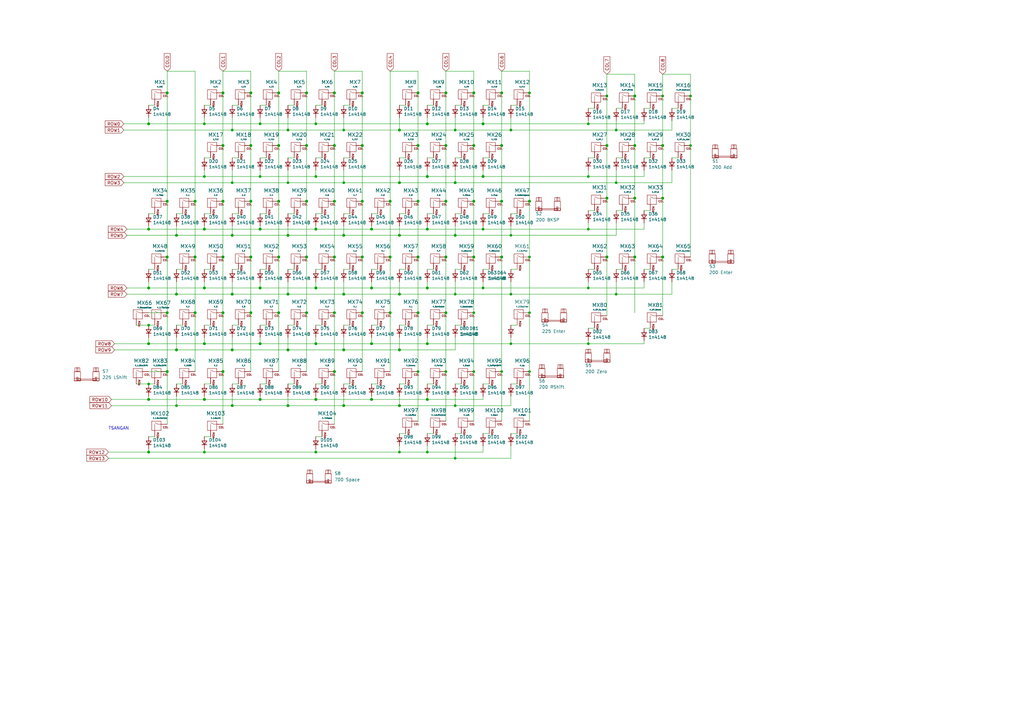
<source format=kicad_sch>
(kicad_sch (version 20230121) (generator eeschema)
  (paper "A3")
  (lib_symbols
    (symbol "Device:D_Small" (pin_numbers hide) (pin_names (offset 0.254) hide)
      (property "Reference" "D" (at -1.27 2.032 0))
      (property "Value" "D_Small" (at -3.81 -2.032 0))
      (symbol "D_Small_1_1"
        (pin passive line (at -2.54 0 0) (length 1.778) (name "K") (number "1"))
        (pin passive line (at 2.54 0 180) (length 1.778) (name "A") (number "2"))
      )
    )
    (symbol "MX_Alps_Hybrid:MX-NoLED" (pin_names (offset 1.016))
      (property "Reference" "MX" (at -0.635 3.81 0))
      (property "Value" "MX-NoLED" (at -0.635 1.27 0))
      (symbol "MX-NoLED_0_0"
        (text "COL" (at 3.175 0 0) (effects (font (size 0.762 0.762))))
        (text "ROW" (at 0 -1.905 900) (effects (font (size 0.762 0.762)) (justify right)))
      )
      (symbol "MX-NoLED_1_1"
        (pin passive line (at 3.81 1.27 180) (length 2.54) (name "COL") (number "1"))
        (pin passive line (at -1.27 -3.81 90) (length 2.54) (name "ROW") (number "2"))
      )
    )
    (symbol "kicad-mx:MX_stab" (pin_names (offset 1.016))
      (property "Reference" "S" (at -5.08 6.35 0))
      (property "Value" "MX_stab" (at -5.08 3.81 0))
    )
  )
  (junction (at 194.31 82.55) (diameter 1.016))
  (junction (at 260.35 59.69) (diameter 1.016))
  (junction (at 102.87 105.41) (diameter 1.016))
  (junction (at 72.39 143.51) (diameter 1.016))
  (junction (at 125.73 82.55) (diameter 1.016))
  (junction (at 241.3 72.39))
  (junction (at 217.17 128.27))
  (junction (at 102.87 82.55) (diameter 1.016))
  (junction (at 241.3 50.8))
  (junction (at 148.59 38.1) (diameter 1.016))
  (junction (at 91.44 105.41) (diameter 1.016))
  (junction (at 186.69 187.96))
  (junction (at 209.55 120.65))
  (junction (at 148.59 128.27) (diameter 1.016))
  (junction (at 260.35 39.37) (diameter 1.016))
  (junction (at 106.68 50.8))
  (junction (at 209.55 53.34))
  (junction (at 182.88 38.1) (diameter 1.016))
  (junction (at 175.26 140.97) (diameter 1.016))
  (junction (at 241.3 118.11))
  (junction (at 60.96 157.48))
  (junction (at 118.11 74.93))
  (junction (at 217.17 105.41))
  (junction (at 186.69 53.34))
  (junction (at 248.92 59.69) (diameter 1.016))
  (junction (at 102.87 38.1) (diameter 1.016))
  (junction (at 160.02 128.27) (diameter 1.016))
  (junction (at 283.21 59.69))
  (junction (at 171.45 105.41) (diameter 1.016))
  (junction (at 91.44 152.4) (diameter 1.016))
  (junction (at 60.96 163.83) (diameter 1.016))
  (junction (at 205.74 152.4))
  (junction (at 186.69 96.52) (diameter 1.016))
  (junction (at 217.17 38.1))
  (junction (at 60.96 133.35))
  (junction (at 241.3 140.97))
  (junction (at 118.11 166.37) (diameter 1.016))
  (junction (at 140.97 74.93))
  (junction (at 163.83 120.65) (diameter 1.016))
  (junction (at 217.17 152.4))
  (junction (at 129.54 72.39))
  (junction (at 171.45 59.69) (diameter 1.016))
  (junction (at 95.25 120.65) (diameter 1.016))
  (junction (at 252.73 74.93))
  (junction (at 129.54 118.11) (diameter 1.016))
  (junction (at 129.54 50.8))
  (junction (at 83.82 163.83) (diameter 1.016))
  (junction (at 271.78 81.28) (diameter 1.016))
  (junction (at 140.97 143.51) (diameter 1.016))
  (junction (at 198.12 50.8) (diameter 1.016))
  (junction (at 114.3 128.27) (diameter 1.016))
  (junction (at 152.4 93.98) (diameter 1.016))
  (junction (at 175.26 118.11) (diameter 1.016))
  (junction (at 241.3 93.98))
  (junction (at 137.16 105.41) (diameter 1.016))
  (junction (at 83.82 93.98) (diameter 1.016))
  (junction (at 137.16 59.69) (diameter 1.016))
  (junction (at 125.73 59.69) (diameter 1.016))
  (junction (at 106.68 118.11) (diameter 1.016))
  (junction (at 95.25 53.34))
  (junction (at 60.96 93.98) (diameter 1.016))
  (junction (at 106.68 163.83) (diameter 1.016))
  (junction (at 106.68 72.39))
  (junction (at 186.69 166.37))
  (junction (at 140.97 120.65) (diameter 1.016))
  (junction (at 106.68 93.98) (diameter 1.016))
  (junction (at 60.96 50.8) (diameter 1.016))
  (junction (at 68.58 105.41) (diameter 1.016))
  (junction (at 125.73 38.1) (diameter 1.016))
  (junction (at 205.74 38.1) (diameter 1.016))
  (junction (at 83.82 185.42))
  (junction (at 140.97 166.37) (diameter 1.016))
  (junction (at 60.96 118.11) (diameter 1.016))
  (junction (at 248.92 105.41) (diameter 1.016))
  (junction (at 194.31 128.27))
  (junction (at 260.35 81.28) (diameter 1.016))
  (junction (at 148.59 59.69) (diameter 1.016))
  (junction (at 171.45 128.27) (diameter 1.016))
  (junction (at 175.26 163.83) (diameter 1.016))
  (junction (at 114.3 38.1) (diameter 1.016))
  (junction (at 140.97 96.52) (diameter 1.016))
  (junction (at 182.88 59.69) (diameter 1.016))
  (junction (at 205.74 105.41) (diameter 1.016))
  (junction (at 163.83 185.42))
  (junction (at 171.45 38.1) (diameter 1.016))
  (junction (at 83.82 50.8))
  (junction (at 182.88 105.41) (diameter 1.016))
  (junction (at 186.69 120.65))
  (junction (at 83.82 72.39))
  (junction (at 175.26 93.98) (diameter 1.016))
  (junction (at 152.4 118.11) (diameter 1.016))
  (junction (at 91.44 38.1) (diameter 1.016))
  (junction (at 72.39 96.52) (diameter 1.016))
  (junction (at 129.54 185.42))
  (junction (at 137.16 128.27) (diameter 1.016))
  (junction (at 160.02 105.41) (diameter 1.016))
  (junction (at 118.11 53.34))
  (junction (at 252.73 53.34))
  (junction (at 114.3 59.69) (diameter 1.016))
  (junction (at 80.01 105.41) (diameter 1.016))
  (junction (at 137.16 152.4) (diameter 1.016))
  (junction (at 80.01 128.27) (diameter 1.016))
  (junction (at 91.44 128.27) (diameter 1.016))
  (junction (at 175.26 50.8) (diameter 1.016))
  (junction (at 152.4 163.83) (diameter 1.016))
  (junction (at 148.59 105.41) (diameter 1.016))
  (junction (at 205.74 82.55) (diameter 1.016))
  (junction (at 182.88 128.27) (diameter 1.016))
  (junction (at 125.73 105.41) (diameter 1.016))
  (junction (at 118.11 120.65) (diameter 1.016))
  (junction (at 205.74 59.69) (diameter 1.016))
  (junction (at 171.45 152.4))
  (junction (at 252.73 120.65))
  (junction (at 163.83 74.93) (diameter 1.016))
  (junction (at 194.31 152.4))
  (junction (at 95.25 166.37) (diameter 1.016))
  (junction (at 95.25 74.93))
  (junction (at 60.96 185.42) (diameter 1.016))
  (junction (at 198.12 118.11))
  (junction (at 68.58 82.55) (diameter 1.016))
  (junction (at 118.11 143.51) (diameter 1.016))
  (junction (at 68.58 38.1) (diameter 1.016))
  (junction (at 60.96 140.97) (diameter 1.016))
  (junction (at 95.25 96.52) (diameter 1.016))
  (junction (at 198.12 93.98))
  (junction (at 95.25 143.51) (diameter 1.016))
  (junction (at 140.97 53.34))
  (junction (at 163.83 143.51) (diameter 1.016))
  (junction (at 91.44 59.69) (diameter 1.016))
  (junction (at 248.92 81.28) (diameter 1.016))
  (junction (at 186.69 74.93) (diameter 1.016))
  (junction (at 217.17 82.55) (diameter 1.016))
  (junction (at 182.88 82.55) (diameter 1.016))
  (junction (at 129.54 140.97) (diameter 1.016))
  (junction (at 83.82 118.11) (diameter 1.016))
  (junction (at 137.16 82.55) (diameter 1.016))
  (junction (at 102.87 128.27) (diameter 1.016))
  (junction (at 163.83 96.52) (diameter 1.016))
  (junction (at 248.92 39.37))
  (junction (at 194.31 105.41) (diameter 1.016))
  (junction (at 72.39 120.65) (diameter 1.016))
  (junction (at 175.26 72.39) (diameter 1.016))
  (junction (at 129.54 93.98) (diameter 1.016))
  (junction (at 83.82 140.97) (diameter 1.016))
  (junction (at 271.78 39.37))
  (junction (at 137.16 38.1) (diameter 1.016))
  (junction (at 209.55 140.97))
  (junction (at 209.55 96.52))
  (junction (at 171.45 82.55) (diameter 1.016))
  (junction (at 68.58 152.4) (diameter 1.016))
  (junction (at 114.3 105.41) (diameter 1.016))
  (junction (at 102.87 59.69) (diameter 1.016))
  (junction (at 182.88 152.4))
  (junction (at 152.4 140.97) (diameter 1.016))
  (junction (at 91.44 82.55) (diameter 1.016))
  (junction (at 283.21 39.37))
  (junction (at 68.58 128.27) (diameter 1.016))
  (junction (at 160.02 82.55) (diameter 1.016))
  (junction (at 194.31 59.69) (diameter 1.016))
  (junction (at 175.26 185.42))
  (junction (at 271.78 105.41) (diameter 1.016))
  (junction (at 72.39 166.37))
  (junction (at 271.78 59.69) (diameter 1.016))
  (junction (at 125.73 128.27) (diameter 1.016))
  (junction (at 80.01 82.55) (diameter 1.016))
  (junction (at 194.31 38.1) (diameter 1.016))
  (junction (at 260.35 105.41) (diameter 1.016))
  (junction (at 118.11 96.52) (diameter 1.016))
  (junction (at 114.3 82.55) (diameter 1.016))
  (junction (at 198.12 72.39) (diameter 1.016))
  (junction (at 129.54 163.83) (diameter 1.016))
  (junction (at 163.83 53.34) (diameter 1.016))
  (junction (at 148.59 82.55) (diameter 1.016))
  (junction (at 163.83 166.37) (diameter 1.016))
  (junction (at 106.68 140.97) (diameter 1.016))
  (wire (pts (xy 129.54 50.8) (xy 175.26 50.8)))
  (wire (pts (xy 140.97 115.57) (xy 140.97 120.65)))
  (wire (pts (xy 205.74 29.21) (xy 217.17 29.21)))
  (wire (pts (xy 200.66 87.63) (xy 198.12 87.63)))
  (wire (pts (xy 175.26 162.56) (xy 175.26 163.83)))
  (wire (pts (xy 120.65 133.35) (xy 118.11 133.35)))
  (wire (pts (xy 68.58 29.21) (xy 80.01 29.21)))
  (wire (pts (xy 175.26 140.97) (xy 209.55 140.97)))
  (wire (pts (xy 152.4 162.56) (xy 152.4 163.83)))
  (wire (pts (xy 177.8 133.35) (xy 175.26 133.35)))
  (wire (pts (xy 72.39 115.57) (xy 72.39 120.65)))
  (wire (pts (xy 102.87 128.27) (xy 102.87 152.4)))
  (wire (pts (xy 106.68 50.8) (xy 129.54 50.8)))
  (wire (pts (xy 95.25 115.57) (xy 95.25 120.65)))
  (wire (pts (xy 118.11 143.51) (xy 140.97 143.51)))
  (wire (pts (xy 186.69 48.26) (xy 186.69 53.34)))
  (wire (pts (xy 152.4 140.97) (xy 175.26 140.97)))
  (wire (pts (xy 266.7 44.45) (xy 264.16 44.45)))
  (wire (pts (xy 186.69 133.35) (xy 189.23 133.35)))
  (wire (pts (xy 175.26 92.71) (xy 175.26 93.98)))
  (wire (pts (xy 260.35 30.48) (xy 260.35 39.37)))
  (wire (pts (xy 52.07 93.98) (xy 60.96 93.98)))
  (wire (pts (xy 182.88 105.41) (xy 182.88 128.27)))
  (wire (pts (xy 83.82 185.42) (xy 129.54 185.42)))
  (wire (pts (xy 217.17 128.27) (xy 217.17 152.4)))
  (wire (pts (xy 200.66 43.18) (xy 198.12 43.18)))
  (wire (pts (xy 264.16 93.98) (xy 264.16 91.44)))
  (wire (pts (xy 189.23 177.8) (xy 186.69 177.8)))
  (wire (pts (xy 266.7 64.77) (xy 264.16 64.77)))
  (wire (pts (xy 106.68 133.35) (xy 109.22 133.35)))
  (wire (pts (xy 83.82 48.26) (xy 83.82 50.8)))
  (wire (pts (xy 241.3 72.39) (xy 264.16 72.39)))
  (wire (pts (xy 95.25 157.48) (xy 97.79 157.48)))
  (wire (pts (xy 68.58 38.1) (xy 68.58 82.55)))
  (wire (pts (xy 125.73 82.55) (xy 125.73 105.41)))
  (wire (pts (xy 160.02 128.27) (xy 160.02 152.4)))
  (wire (pts (xy 275.59 120.65) (xy 275.59 115.57)))
  (wire (pts (xy 95.25 120.65) (xy 118.11 120.65)))
  (wire (pts (xy 114.3 29.21) (xy 114.3 38.1)))
  (wire (pts (xy 205.74 38.1) (xy 205.74 59.69)))
  (wire (pts (xy 118.11 162.56) (xy 118.11 166.37)))
  (wire (pts (xy 83.82 118.11) (xy 106.68 118.11)))
  (wire (pts (xy 148.59 29.21) (xy 148.59 38.1)))
  (wire (pts (xy 106.68 140.97) (xy 129.54 140.97)))
  (wire (pts (xy 186.69 166.37) (xy 209.55 166.37)))
  (wire (pts (xy 205.74 105.41) (xy 205.74 152.4)))
  (wire (pts (xy 95.25 64.77) (xy 97.79 64.77)))
  (wire (pts (xy 163.83 53.34) (xy 186.69 53.34)))
  (wire (pts (xy 137.16 38.1) (xy 137.16 59.69)))
  (wire (pts (xy 163.83 48.26) (xy 163.83 53.34)))
  (wire (pts (xy 148.59 128.27) (xy 148.59 152.4)))
  (wire (pts (xy 198.12 162.56) (xy 198.12 163.83)))
  (wire (pts (xy 91.44 29.21) (xy 91.44 38.1)))
  (wire (pts (xy 106.68 69.85) (xy 106.68 72.39)))
  (wire (pts (xy 72.39 92.71) (xy 72.39 96.52)))
  (wire (pts (xy 241.3 49.53) (xy 241.3 50.8)))
  (wire (pts (xy 91.44 82.55) (xy 91.44 105.41)))
  (wire (pts (xy 209.55 48.26) (xy 209.55 53.34)))
  (wire (pts (xy 129.54 138.43) (xy 129.54 140.97)))
  (wire (pts (xy 182.88 128.27) (xy 182.88 152.4)))
  (wire (pts (xy 252.73 120.65) (xy 275.59 120.65)))
  (wire (pts (xy 252.73 74.93) (xy 275.59 74.93)))
  (wire (pts (xy 143.51 133.35) (xy 140.97 133.35)))
  (wire (pts (xy 140.97 166.37) (xy 163.83 166.37)))
  (wire (pts (xy 163.83 143.51) (xy 186.69 143.51)))
  (wire (pts (xy 55.88 133.35) (xy 60.96 133.35)))
  (wire (pts (xy 68.58 29.21) (xy 68.58 38.1)))
  (wire (pts (xy 140.97 157.48) (xy 143.51 157.48)))
  (wire (pts (xy 182.88 29.21) (xy 182.88 38.1)))
  (wire (pts (xy 209.55 43.18) (xy 212.09 43.18)))
  (wire (pts (xy 182.88 38.1) (xy 182.88 59.69)))
  (wire (pts (xy 182.88 152.4) (xy 182.88 172.72)))
  (wire (pts (xy 52.07 120.65) (xy 72.39 120.65)))
  (wire (pts (xy 264.16 72.39) (xy 264.16 69.85)))
  (wire (pts (xy 60.96 184.15) (xy 60.96 185.42)))
  (wire (pts (xy 72.39 138.43) (xy 72.39 143.51)))
  (wire (pts (xy 186.69 64.77) (xy 189.23 64.77)))
  (wire (pts (xy 60.96 87.63) (xy 63.5 87.63)))
  (wire (pts (xy 95.25 162.56) (xy 95.25 166.37)))
  (wire (pts (xy 175.26 50.8) (xy 198.12 50.8)))
  (wire (pts (xy 129.54 185.42) (xy 163.83 185.42)))
  (wire (pts (xy 177.8 157.48) (xy 175.26 157.48)))
  (wire (pts (xy 163.83 115.57) (xy 163.83 120.65)))
  (wire (pts (xy 266.7 134.62) (xy 264.16 134.62)))
  (wire (pts (xy 264.16 110.49) (xy 266.7 110.49)))
  (wire (pts (xy 186.69 96.52) (xy 209.55 96.52)))
  (wire (pts (xy 60.96 115.57) (xy 60.96 118.11)))
  (wire (pts (xy 198.12 48.26) (xy 198.12 50.8)))
  (wire (pts (xy 241.3 134.62) (xy 243.84 134.62)))
  (wire (pts (xy 252.73 74.93) (xy 252.73 69.85)))
  (wire (pts (xy 125.73 38.1) (xy 125.73 59.69)))
  (wire (pts (xy 271.78 39.37) (xy 271.78 59.69)))
  (wire (pts (xy 241.3 110.49) (xy 243.84 110.49)))
  (wire (pts (xy 163.83 120.65) (xy 186.69 120.65)))
  (wire (pts (xy 241.3 86.36) (xy 243.84 86.36)))
  (wire (pts (xy 60.96 93.98) (xy 83.82 93.98)))
  (wire (pts (xy 143.51 87.63) (xy 140.97 87.63)))
  (wire (pts (xy 186.69 92.71) (xy 186.69 96.52)))
  (wire (pts (xy 83.82 163.83) (xy 106.68 163.83)))
  (wire (pts (xy 129.54 162.56) (xy 129.54 163.83)))
  (wire (pts (xy 186.69 157.48) (xy 189.23 157.48)))
  (wire (pts (xy 189.23 110.49) (xy 186.69 110.49)))
  (wire (pts (xy 194.31 29.21) (xy 194.31 38.1)))
  (wire (pts (xy 241.3 93.98) (xy 264.16 93.98)))
  (wire (pts (xy 68.58 82.55) (xy 68.58 105.41)))
  (wire (pts (xy 264.16 140.97) (xy 264.16 139.7)))
  (wire (pts (xy 118.11 92.71) (xy 118.11 96.52)))
  (wire (pts (xy 200.66 64.77) (xy 198.12 64.77)))
  (wire (pts (xy 95.25 53.34) (xy 118.11 53.34)))
  (wire (pts (xy 255.27 110.49) (xy 252.73 110.49)))
  (wire (pts (xy 163.83 74.93) (xy 186.69 74.93)))
  (wire (pts (xy 264.16 118.11) (xy 264.16 115.57)))
  (wire (pts (xy 60.96 133.35) (xy 63.5 133.35)))
  (wire (pts (xy 129.54 140.97) (xy 152.4 140.97)))
  (wire (pts (xy 129.54 133.35) (xy 132.08 133.35)))
  (wire (pts (xy 68.58 128.27) (xy 68.58 152.4)))
  (wire (pts (xy 72.39 120.65) (xy 95.25 120.65)))
  (wire (pts (xy 152.4 138.43) (xy 152.4 140.97)))
  (wire (pts (xy 140.97 96.52) (xy 163.83 96.52)))
  (wire (pts (xy 186.69 115.57) (xy 186.69 120.65)))
  (wire (pts (xy 166.37 87.63) (xy 163.83 87.63)))
  (wire (pts (xy 129.54 115.57) (xy 129.54 118.11)))
  (wire (pts (xy 106.68 118.11) (xy 129.54 118.11)))
  (wire (pts (xy 278.13 64.77) (xy 275.59 64.77)))
  (wire (pts (xy 114.3 59.69) (xy 114.3 82.55)))
  (wire (pts (xy 102.87 59.69) (xy 102.87 82.55)))
  (wire (pts (xy 217.17 105.41) (xy 217.17 128.27)))
  (wire (pts (xy 137.16 105.41) (xy 137.16 128.27)))
  (wire (pts (xy 83.82 157.48) (xy 86.36 157.48)))
  (wire (pts (xy 83.82 92.71) (xy 83.82 93.98)))
  (wire (pts (xy 148.59 59.69) (xy 148.59 82.55)))
  (wire (pts (xy 140.97 92.71) (xy 140.97 96.52)))
  (wire (pts (xy 198.12 115.57) (xy 198.12 118.11)))
  (wire (pts (xy 83.82 93.98) (xy 106.68 93.98)))
  (wire (pts (xy 194.31 128.27) (xy 194.31 152.4)))
  (wire (pts (xy 83.82 50.8) (xy 106.68 50.8)))
  (wire (pts (xy 175.26 69.85) (xy 175.26 72.39)))
  (wire (pts (xy 271.78 30.48) (xy 271.78 39.37)))
  (wire (pts (xy 95.25 133.35) (xy 97.79 133.35)))
  (wire (pts (xy 137.16 59.69) (xy 137.16 82.55)))
  (wire (pts (xy 95.25 43.18) (xy 97.79 43.18)))
  (wire (pts (xy 60.96 118.11) (xy 83.82 118.11)))
  (wire (pts (xy 186.69 187.96) (xy 186.69 182.88)))
  (wire (pts (xy 163.83 166.37) (xy 186.69 166.37)))
  (wire (pts (xy 175.26 93.98) (xy 198.12 93.98)))
  (wire (pts (xy 140.97 74.93) (xy 163.83 74.93)))
  (wire (pts (xy 248.92 39.37) (xy 248.92 59.69)))
  (wire (pts (xy 129.54 184.15) (xy 129.54 185.42)))
  (wire (pts (xy 209.55 162.56) (xy 209.55 166.37)))
  (wire (pts (xy 106.68 72.39) (xy 129.54 72.39)))
  (wire (pts (xy 95.25 74.93) (xy 118.11 74.93)))
  (wire (pts (xy 143.51 43.18) (xy 140.97 43.18)))
  (wire (pts (xy 194.31 105.41) (xy 194.31 128.27)))
  (wire (pts (xy 198.12 177.8) (xy 200.66 177.8)))
  (wire (pts (xy 152.4 115.57) (xy 152.4 118.11)))
  (wire (pts (xy 129.54 118.11) (xy 152.4 118.11)))
  (wire (pts (xy 175.26 185.42) (xy 175.26 182.88)))
  (wire (pts (xy 137.16 29.21) (xy 137.16 38.1)))
  (wire (pts (xy 163.83 43.18) (xy 166.37 43.18)))
  (wire (pts (xy 83.82 43.18) (xy 86.36 43.18)))
  (wire (pts (xy 194.31 105.41) (xy 194.31 82.55)))
  (wire (pts (xy 241.3 115.57) (xy 241.3 118.11)))
  (wire (pts (xy 50.8 74.93) (xy 95.25 74.93)))
  (wire (pts (xy 106.68 138.43) (xy 106.68 140.97)))
  (wire (pts (xy 106.68 93.98) (xy 129.54 93.98)))
  (wire (pts (xy 241.3 69.85) (xy 241.3 72.39)))
  (wire (pts (xy 80.01 29.21) (xy 80.01 82.55)))
  (wire (pts (xy 129.54 43.18) (xy 132.08 43.18)))
  (wire (pts (xy 91.44 59.69) (xy 91.44 82.55)))
  (wire (pts (xy 83.82 133.35) (xy 86.36 133.35)))
  (wire (pts (xy 163.83 138.43) (xy 163.83 143.51)))
  (wire (pts (xy 171.45 152.4) (xy 171.45 128.27)))
  (wire (pts (xy 72.39 87.63) (xy 74.93 87.63)))
  (wire (pts (xy 255.27 64.77) (xy 252.73 64.77)))
  (wire (pts (xy 252.73 120.65) (xy 252.73 115.57)))
  (wire (pts (xy 106.68 163.83) (xy 129.54 163.83)))
  (wire (pts (xy 106.68 115.57) (xy 106.68 118.11)))
  (wire (pts (xy 260.35 81.28) (xy 260.35 105.41)))
  (wire (pts (xy 175.26 138.43) (xy 175.26 140.97)))
  (wire (pts (xy 132.08 157.48) (xy 129.54 157.48)))
  (wire (pts (xy 205.74 29.21) (xy 205.74 38.1)))
  (wire (pts (xy 125.73 105.41) (xy 125.73 128.27)))
  (wire (pts (xy 260.35 59.69) (xy 260.35 81.28)))
  (wire (pts (xy 95.25 110.49) (xy 97.79 110.49)))
  (wire (pts (xy 72.39 157.48) (xy 74.93 157.48)))
  (wire (pts (xy 83.82 184.15) (xy 83.82 185.42)))
  (wire (pts (xy 129.54 110.49) (xy 132.08 110.49)))
  (wire (pts (xy 129.54 87.63) (xy 132.08 87.63)))
  (wire (pts (xy 132.08 179.07) (xy 129.54 179.07)))
  (wire (pts (xy 68.58 105.41) (xy 68.58 128.27)))
  (wire (pts (xy 186.69 162.56) (xy 186.69 166.37)))
  (wire (pts (xy 152.4 118.11) (xy 175.26 118.11)))
  (wire (pts (xy 102.87 38.1) (xy 102.87 59.69)))
  (wire (pts (xy 83.82 138.43) (xy 83.82 140.97)))
  (wire (pts (xy 255.27 86.36) (xy 252.73 86.36)))
  (wire (pts (xy 114.3 105.41) (xy 114.3 128.27)))
  (wire (pts (xy 50.8 50.8) (xy 60.96 50.8)))
  (wire (pts (xy 217.17 38.1) (xy 217.17 82.55)))
  (wire (pts (xy 198.12 110.49) (xy 200.66 110.49)))
  (wire (pts (xy 217.17 152.4) (xy 217.17 172.72)))
  (wire (pts (xy 163.83 185.42) (xy 163.83 182.88)))
  (wire (pts (xy 152.4 163.83) (xy 175.26 163.83)))
  (wire (pts (xy 83.82 69.85) (xy 83.82 72.39)))
  (wire (pts (xy 163.83 157.48) (xy 166.37 157.48)))
  (wire (pts (xy 171.45 128.27) (xy 171.45 105.41)))
  (wire (pts (xy 83.82 115.57) (xy 83.82 118.11)))
  (wire (pts (xy 80.01 128.27) (xy 80.01 152.4)))
  (wire (pts (xy 275.59 53.34) (xy 275.59 49.53)))
  (wire (pts (xy 72.39 110.49) (xy 74.93 110.49)))
  (wire (pts (xy 91.44 105.41) (xy 91.44 128.27)))
  (wire (pts (xy 177.8 43.18) (xy 175.26 43.18)))
  (wire (pts (xy 171.45 29.21) (xy 160.02 29.21)))
  (wire (pts (xy 95.25 92.71) (xy 95.25 96.52)))
  (wire (pts (xy 260.35 30.48) (xy 248.92 30.48)))
  (wire (pts (xy 129.54 92.71) (xy 129.54 93.98)))
  (wire (pts (xy 186.69 53.34) (xy 209.55 53.34)))
  (wire (pts (xy 241.3 140.97) (xy 264.16 140.97)))
  (wire (pts (xy 252.73 96.52) (xy 252.73 91.44)))
  (wire (pts (xy 198.12 92.71) (xy 198.12 93.98)))
  (wire (pts (xy 198.12 185.42) (xy 198.12 182.88)))
  (wire (pts (xy 171.45 38.1) (xy 171.45 29.21)))
  (wire (pts (xy 95.25 87.63) (xy 97.79 87.63)))
  (wire (pts (xy 175.26 72.39) (xy 198.12 72.39)))
  (wire (pts (xy 120.65 43.18) (xy 118.11 43.18)))
  (wire (pts (xy 182.88 82.55) (xy 182.88 105.41)))
  (wire (pts (xy 260.35 105.41) (xy 260.35 128.27)))
  (wire (pts (xy 175.26 115.57) (xy 175.26 118.11)))
  (wire (pts (xy 148.59 38.1) (xy 148.59 59.69)))
  (wire (pts (xy 60.96 162.56) (xy 60.96 163.83)))
  (wire (pts (xy 52.07 96.52) (xy 72.39 96.52)))
  (wire (pts (xy 217.17 82.55) (xy 217.17 105.41)))
  (wire (pts (xy 194.31 29.21) (xy 182.88 29.21)))
  (wire (pts (xy 72.39 162.56) (xy 72.39 166.37)))
  (wire (pts (xy 186.69 43.18) (xy 189.23 43.18)))
  (wire (pts (xy 205.74 82.55) (xy 205.74 105.41)))
  (wire (pts (xy 80.01 105.41) (xy 80.01 128.27)))
  (wire (pts (xy 106.68 48.26) (xy 106.68 50.8)))
  (wire (pts (xy 102.87 105.41) (xy 102.87 128.27)))
  (wire (pts (xy 248.92 59.69) (xy 248.92 81.28)))
  (wire (pts (xy 140.97 138.43) (xy 140.97 143.51)))
  (wire (pts (xy 83.82 179.07) (xy 86.36 179.07)))
  (wire (pts (xy 152.4 87.63) (xy 154.94 87.63)))
  (wire (pts (xy 163.83 64.77) (xy 166.37 64.77)))
  (wire (pts (xy 83.82 140.97) (xy 106.68 140.97)))
  (wire (pts (xy 83.82 64.77) (xy 86.36 64.77)))
  (wire (pts (xy 102.87 82.55) (xy 102.87 105.41)))
  (wire (pts (xy 95.25 166.37) (xy 118.11 166.37)))
  (wire (pts (xy 148.59 82.55) (xy 148.59 105.41)))
  (wire (pts (xy 72.39 133.35) (xy 74.93 133.35)))
  (wire (pts (xy 102.87 29.21) (xy 102.87 38.1)))
  (wire (pts (xy 152.4 93.98) (xy 175.26 93.98)))
  (wire (pts (xy 160.02 82.55) (xy 160.02 105.41)))
  (wire (pts (xy 129.54 72.39) (xy 175.26 72.39)))
  (wire (pts (xy 106.68 157.48) (xy 109.22 157.48)))
  (wire (pts (xy 175.26 163.83) (xy 198.12 163.83)))
  (wire (pts (xy 163.83 69.85) (xy 163.83 74.93)))
  (wire (pts (xy 118.11 166.37) (xy 140.97 166.37)))
  (wire (pts (xy 120.65 64.77) (xy 118.11 64.77)))
  (wire (pts (xy 91.44 152.4) (xy 91.44 173.99)))
  (wire (pts (xy 129.54 48.26) (xy 129.54 50.8)))
  (wire (pts (xy 106.68 110.49) (xy 109.22 110.49)))
  (wire (pts (xy 186.69 187.96) (xy 209.55 187.96)))
  (wire (pts (xy 275.59 74.93) (xy 275.59 69.85)))
  (wire (pts (xy 120.65 87.63) (xy 118.11 87.63)))
  (wire (pts (xy 60.96 110.49) (xy 63.5 110.49)))
  (wire (pts (xy 163.83 92.71) (xy 163.83 96.52)))
  (wire (pts (xy 194.31 38.1) (xy 194.31 59.69)))
  (wire (pts (xy 52.07 118.11) (xy 60.96 118.11)))
  (wire (pts (xy 186.69 69.85) (xy 186.69 74.93)))
  (wire (pts (xy 60.96 138.43) (xy 60.96 140.97)))
  (wire (pts (xy 125.73 29.21) (xy 125.73 38.1)))
  (wire (pts (xy 72.39 96.52) (xy 95.25 96.52)))
  (wire (pts (xy 194.31 59.69) (xy 194.31 82.55)))
  (wire (pts (xy 171.45 82.55) (xy 171.45 59.69)))
  (wire (pts (xy 198.12 50.8) (xy 241.3 50.8)))
  (wire (pts (xy 44.45 185.42) (xy 60.96 185.42)))
  (wire (pts (xy 140.97 162.56) (xy 140.97 166.37)))
  (wire (pts (xy 95.25 96.52) (xy 118.11 96.52)))
  (wire (pts (xy 60.96 163.83) (xy 83.82 163.83)))
  (wire (pts (xy 271.78 129.54) (xy 271.78 105.41)))
  (wire (pts (xy 114.3 82.55) (xy 114.3 105.41)))
  (wire (pts (xy 283.21 59.69) (xy 283.21 105.41)))
  (wire (pts (xy 154.94 157.48) (xy 152.4 157.48)))
  (wire (pts (xy 175.26 110.49) (xy 177.8 110.49)))
  (wire (pts (xy 50.8 72.39) (xy 83.82 72.39)))
  (wire (pts (xy 198.12 69.85) (xy 198.12 72.39)))
  (wire (pts (xy 152.4 133.35) (xy 154.94 133.35)))
  (wire (pts (xy 205.74 59.69) (xy 205.74 82.55)))
  (wire (pts (xy 60.96 140.97) (xy 83.82 140.97)))
  (wire (pts (xy 95.25 138.43) (xy 95.25 143.51)))
  (wire (pts (xy 182.88 59.69) (xy 182.88 82.55)))
  (wire (pts (xy 194.31 152.4) (xy 194.31 172.72)))
  (wire (pts (xy 137.16 82.55) (xy 137.16 105.41)))
  (wire (pts (xy 163.83 96.52) (xy 186.69 96.52)))
  (wire (pts (xy 177.8 64.77) (xy 175.26 64.77)))
  (wire (pts (xy 264.16 50.8) (xy 264.16 49.53)))
  (wire (pts (xy 271.78 105.41) (xy 271.78 81.28)))
  (wire (pts (xy 50.8 53.34) (xy 95.25 53.34)))
  (wire (pts (xy 241.3 50.8) (xy 264.16 50.8)))
  (wire (pts (xy 55.88 157.48) (xy 60.96 157.48)))
  (wire (pts (xy 209.55 115.57) (xy 209.55 120.65)))
  (wire (pts (xy 91.44 29.21) (xy 102.87 29.21)))
  (wire (pts (xy 198.12 118.11) (xy 241.3 118.11)))
  (wire (pts (xy 60.96 185.42) (xy 83.82 185.42)))
  (wire (pts (xy 205.74 152.4) (xy 205.74 172.72)))
  (wire (pts (xy 83.82 162.56) (xy 83.82 163.83)))
  (wire (pts (xy 209.55 140.97) (xy 241.3 140.97)))
  (wire (pts (xy 118.11 69.85) (xy 118.11 74.93)))
  (wire (pts (xy 260.35 39.37) (xy 260.35 59.69)))
  (wire (pts (xy 152.4 110.49) (xy 154.94 110.49)))
  (wire (pts (xy 241.3 91.44) (xy 241.3 93.98)))
  (wire (pts (xy 175.26 87.63) (xy 177.8 87.63)))
  (wire (pts (xy 140.97 48.26) (xy 140.97 53.34)))
  (wire (pts (xy 163.83 185.42) (xy 175.26 185.42)))
  (wire (pts (xy 248.92 30.48) (xy 248.92 39.37)))
  (wire (pts (xy 60.96 50.8) (xy 83.82 50.8)))
  (wire (pts (xy 186.69 74.93) (xy 252.73 74.93)))
  (wire (pts (xy 68.58 152.4) (xy 68.58 173.99)))
  (wire (pts (xy 45.72 163.83) (xy 60.96 163.83)))
  (wire (pts (xy 283.21 30.48) (xy 283.21 39.37)))
  (wire (pts (xy 80.01 82.55) (xy 80.01 105.41)))
  (wire (pts (xy 83.82 110.49) (xy 86.36 110.49)))
  (wire (pts (xy 209.55 120.65) (xy 252.73 120.65)))
  (wire (pts (xy 163.83 162.56) (xy 163.83 166.37)))
  (wire (pts (xy 212.09 133.35) (xy 209.55 133.35)))
  (wire (pts (xy 118.11 53.34) (xy 140.97 53.34)))
  (wire (pts (xy 118.11 120.65) (xy 140.97 120.65)))
  (wire (pts (xy 171.45 152.4) (xy 171.45 172.72)))
  (wire (pts (xy 95.25 69.85) (xy 95.25 74.93)))
  (wire (pts (xy 143.51 110.49) (xy 140.97 110.49)))
  (wire (pts (xy 166.37 110.49) (xy 163.83 110.49)))
  (wire (pts (xy 125.73 128.27) (xy 125.73 152.4)))
  (wire (pts (xy 171.45 59.69) (xy 171.45 38.1)))
  (wire (pts (xy 241.3 44.45) (xy 243.84 44.45)))
  (wire (pts (xy 129.54 93.98) (xy 152.4 93.98)))
  (wire (pts (xy 114.3 29.21) (xy 125.73 29.21)))
  (wire (pts (xy 46.99 140.97) (xy 60.96 140.97)))
  (wire (pts (xy 91.44 38.1) (xy 91.44 59.69)))
  (wire (pts (xy 241.3 118.11) (xy 264.16 118.11)))
  (wire (pts (xy 209.55 92.71) (xy 209.55 96.52)))
  (wire (pts (xy 91.44 128.27) (xy 91.44 152.4)))
  (wire (pts (xy 60.96 152.4) (xy 68.58 152.4)))
  (wire (pts (xy 137.16 128.27) (xy 137.16 152.4)))
  (wire (pts (xy 212.09 177.8) (xy 209.55 177.8)))
  (wire (pts (xy 118.11 115.57) (xy 118.11 120.65)))
  (wire (pts (xy 198.12 72.39) (xy 241.3 72.39)))
  (wire (pts (xy 175.26 177.8) (xy 177.8 177.8)))
  (wire (pts (xy 140.97 143.51) (xy 163.83 143.51)))
  (wire (pts (xy 212.09 157.48) (xy 209.55 157.48)))
  (wire (pts (xy 60.96 179.07) (xy 63.5 179.07)))
  (wire (pts (xy 106.68 87.63) (xy 109.22 87.63)))
  (wire (pts (xy 252.73 53.34) (xy 275.59 53.34)))
  (wire (pts (xy 278.13 44.45) (xy 275.59 44.45)))
  (wire (pts (xy 186.69 87.63) (xy 189.23 87.63)))
  (wire (pts (xy 143.51 64.77) (xy 140.97 64.77)))
  (wire (pts (xy 137.16 152.4) (xy 137.16 173.99)))
  (wire (pts (xy 44.45 187.96) (xy 186.69 187.96)))
  (wire (pts (xy 46.99 143.51) (xy 72.39 143.51)))
  (wire (pts (xy 118.11 74.93) (xy 140.97 74.93)))
  (wire (pts (xy 118.11 138.43) (xy 118.11 143.51)))
  (wire (pts (xy 129.54 163.83) (xy 152.4 163.83)))
  (wire (pts (xy 95.25 48.26) (xy 95.25 53.34)))
  (wire (pts (xy 60.96 157.48) (xy 63.5 157.48)))
  (wire (pts (xy 60.96 43.18) (xy 63.5 43.18)))
  (wire (pts (xy 60.96 48.26) (xy 60.96 50.8)))
  (wire (pts (xy 255.27 44.45) (xy 252.73 44.45)))
  (wire (pts (xy 209.55 138.43) (xy 209.55 140.97)))
  (wire (pts (xy 118.11 96.52) (xy 140.97 96.52)))
  (wire (pts (xy 114.3 128.27) (xy 114.3 152.4)))
  (wire (pts (xy 212.09 110.49) (xy 209.55 110.49)))
  (wire (pts (xy 140.97 53.34) (xy 163.83 53.34)))
  (wire (pts (xy 175.26 185.42) (xy 198.12 185.42)))
  (wire (pts (xy 241.3 140.97) (xy 241.3 139.7)))
  (wire (pts (xy 140.97 120.65) (xy 163.83 120.65)))
  (wire (pts (xy 106.68 162.56) (xy 106.68 163.83)))
  (wire (pts (xy 72.39 143.51) (xy 95.25 143.51)))
  (wire (pts (xy 109.22 64.77) (xy 106.68 64.77)))
  (wire (pts (xy 114.3 38.1) (xy 114.3 59.69)))
  (wire (pts (xy 125.73 59.69) (xy 125.73 82.55)))
  (wire (pts (xy 198.12 93.98) (xy 241.3 93.98)))
  (wire (pts (xy 60.96 128.27) (xy 68.58 128.27)))
  (wire (pts (xy 266.7 86.36) (xy 264.16 86.36)))
  (wire (pts (xy 95.25 143.51) (xy 118.11 143.51)))
  (wire (pts (xy 163.83 177.8) (xy 166.37 177.8)))
  (wire (pts (xy 275.59 110.49) (xy 278.13 110.49)))
  (wire (pts (xy 106.68 43.18) (xy 109.22 43.18)))
  (wire (pts (xy 129.54 64.77) (xy 132.08 64.77)))
  (wire (pts (xy 118.11 157.48) (xy 120.65 157.48)))
  (wire (pts (xy 209.55 187.96) (xy 209.55 182.88)))
  (wire (pts (xy 186.69 120.65) (xy 209.55 120.65)))
  (wire (pts (xy 106.68 92.71) (xy 106.68 93.98)))
  (wire (pts (xy 241.3 64.77) (xy 243.84 64.77)))
  (wire (pts (xy 152.4 92.71) (xy 152.4 93.98)))
  (wire (pts (xy 209.55 96.52) (xy 252.73 96.52)))
  (wire (pts (xy 248.92 105.41) (xy 248.92 81.28)))
  (wire (pts (xy 83.82 87.63) (xy 86.36 87.63)))
  (wire (pts (xy 72.39 166.37) (xy 95.25 166.37)))
  (wire (pts (xy 186.69 138.43) (xy 186.69 143.51)))
  (wire (pts (xy 160.02 105.41) (xy 160.02 128.27)))
  (wire (pts (xy 271.78 59.69) (xy 271.78 81.28)))
  (wire (pts (xy 175.26 48.26) (xy 175.26 50.8)))
  (wire (pts (xy 248.92 129.54) (xy 248.92 105.41)))
  (wire (pts (xy 283.21 39.37) (xy 283.21 59.69)))
  (wire (pts (xy 83.82 72.39) (xy 106.68 72.39)))
  (wire (pts (xy 45.72 166.37) (xy 72.39 166.37)))
  (wire (pts (xy 200.66 157.48) (xy 198.12 157.48)))
  (wire (pts (xy 209.55 87.63) (xy 212.09 87.63)))
  (wire (pts (xy 166.37 133.35) (xy 163.83 133.35)))
  (wire (pts (xy 175.26 118.11) (xy 198.12 118.11)))
  (wire (pts (xy 140.97 69.85) (xy 140.97 74.93)))
  (wire (pts (xy 129.54 69.85) (xy 129.54 72.39)))
  (wire (pts (xy 283.21 30.48) (xy 271.78 30.48)))
  (wire (pts (xy 120.65 110.49) (xy 118.11 110.49)))
  (wire (pts (xy 171.45 105.41) (xy 171.45 82.55)))
  (wire (pts (xy 252.73 53.34) (xy 252.73 49.53)))
  (wire (pts (xy 209.55 53.34) (xy 252.73 53.34)))
  (wire (pts (xy 137.16 29.21) (xy 148.59 29.21)))
  (wire (pts (xy 148.59 105.41) (xy 148.59 128.27)))
  (wire (pts (xy 160.02 29.21) (xy 160.02 82.55)))
  (wire (pts (xy 217.17 29.21) (xy 217.17 38.1)))
  (wire (pts (xy 118.11 48.26) (xy 118.11 53.34)))
  (wire (pts (xy 60.96 92.71) (xy 60.96 93.98)))
  (text "TSANGAN" (at 44.45 176.53 0) (effects (font (size 1.27 1.27)) (justify left bottom)))
  (global_label "ROW0" (shape input) (at 50.8 50.8 180) (property "Intersheetrefs" "${INTERSHEET_REFS}" (effects hide)))
  (global_label "COL4" (shape input) (at 160.02 29.21 90) (property "Intersheetrefs" "${INTERSHEET_REFS}" (effects hide)))
  (global_label "ROW9" (shape input) (at 46.99 143.51 180) (property "Intersheetrefs" "${INTERSHEET_REFS}" (effects hide)))
  (global_label "ROW12" (shape input) (at 44.45 185.42 180) (property "Intersheetrefs" "${INTERSHEET_REFS}" (effects hide)))
  (global_label "ROW8" (shape input) (at 46.99 140.97 180) (property "Intersheetrefs" "${INTERSHEET_REFS}" (effects hide)))
  (global_label "COL0" (shape input) (at 68.58 29.21 90) (property "Intersheetrefs" "${INTERSHEET_REFS}" (effects hide)))
  (global_label "ROW5" (shape input) (at 52.07 96.52 180) (property "Intersheetrefs" "${INTERSHEET_REFS}" (effects hide)))
  (global_label "ROW4" (shape input) (at 52.07 93.98 180) (property "Intersheetrefs" "${INTERSHEET_REFS}" (effects hide)))
  (global_label "ROW13" (shape input) (at 44.45 187.96 180) (property "Intersheetrefs" "${INTERSHEET_REFS}" (effects hide)))
  (global_label "COL6" (shape input) (at 205.74 29.21 90) (property "Intersheetrefs" "${INTERSHEET_REFS}" (effects hide)))
  (global_label "COL3" (shape input) (at 137.16 29.21 90) (property "Intersheetrefs" "${INTERSHEET_REFS}" (effects hide)))
  (global_label "ROW7" (shape input) (at 52.07 120.65 180) (property "Intersheetrefs" "${INTERSHEET_REFS}" (effects hide)))
  (global_label "ROW2" (shape input) (at 50.8 72.39 180) (property "Intersheetrefs" "${INTERSHEET_REFS}" (effects hide)))
  (global_label "ROW3" (shape input) (at 50.8 74.93 180) (property "Intersheetrefs" "${INTERSHEET_REFS}" (effects hide)))
  (global_label "ROW11" (shape input) (at 45.72 166.37 180) (property "Intersheetrefs" "${INTERSHEET_REFS}" (effects hide)))
  (global_label "ROW6" (shape input) (at 52.07 118.11 180) (property "Intersheetrefs" "${INTERSHEET_REFS}" (effects hide)))
  (global_label "ROW10" (shape input) (at 45.72 163.83 180) (property "Intersheetrefs" "${INTERSHEET_REFS}" (effects hide)))
  (global_label "COL5" (shape input) (at 182.88 29.21 90) (property "Intersheetrefs" "${INTERSHEET_REFS}" (effects hide)))
  (global_label "ROW1" (shape input) (at 50.8 53.34 180) (property "Intersheetrefs" "${INTERSHEET_REFS}" (effects hide)))
  (global_label "COL1" (shape input) (at 91.44 29.21 90) (property "Intersheetrefs" "${INTERSHEET_REFS}" (effects hide)))
  (global_label "COL8" (shape input) (at 271.78 30.48 90) (property "Intersheetrefs" "${INTERSHEET_REFS}" (effects hide)))
  (global_label "COL2" (shape input) (at 114.3 29.21 90) (property "Intersheetrefs" "${INTERSHEET_REFS}" (effects hide)))
  (global_label "COL7" (shape input) (at 248.92 30.48 90) (property "Intersheetrefs" "${INTERSHEET_REFS}" (effects hide)))
  (symbol (lib_id "MX_Alps_Hybrid:MX-NoLED") (at 121.92 60.96 0) (unit 1)
    (property "Reference" "MX20" (at 122.7582 55.2958 0) (effects (font (size 1.524 1.524))))
    (property "Value" "K_F15" (at 122.7582 57.1754 0) (effects (font (size 0.508 0.508))))
    (property "Footprint" "marbastlib-mx:SW_MX_1u" (effects hide))
  )
  (symbol (lib_id "Device:D_Small") (at 129.54 160.02 90) (unit 1)
    (property "Reference" "D90" (at 131.318 158.8516 90) (effects (justify right)))
    (property "Value" "1n4148" (at 131.318 161.163 90) (effects (justify right)))
    (property "Footprint" "Sleep-lib:D_SOD-123-EditSkilk" (effects hide))
    (property "LCSC" "C81598" (effects hide))
  )
  (symbol (lib_id "MX_Alps_Hybrid:MX-NoLED") (at 279.4 106.68 0) (unit 1)
    (property "Reference" "MX65" (at 280.2382 101.0158 0) (effects (font (size 1.524 1.524))))
    (property "Value" "K_KP_2u_Enter" (at 280.2382 102.8954 0) (effects (font (size 0.508 0.508))))
    (property "Footprint" "marbastlib-mx:SW_MX_1u" (effects hide))
  )
  (symbol (lib_id "MX_Alps_Hybrid:MX-NoLED") (at 144.78 39.37 0) (unit 1)
    (property "Reference" "MX7" (at 145.6182 33.7058 0) (effects (font (size 1.524 1.524))))
    (property "Value" "K_F6" (at 145.6182 35.5854 0) (effects (font (size 0.508 0.508))))
    (property "Footprint" "marbastlib-mx:SW_MX_1u" (effects hide))
  )
  (symbol (lib_id "Device:D_Small") (at 152.4 113.03 90) (unit 1)
    (property "Reference" "D59" (at 154.178 111.8616 90) (effects (justify right)))
    (property "Value" "1n4148" (at 154.178 114.173 90) (effects (justify right)))
    (property "Footprint" "Sleep-lib:D_SOD-123-EditSkilk" (effects hide))
    (property "LCSC" "C81598" (effects hide))
  )
  (symbol (lib_id "MX_Alps_Hybrid:MX-NoLED") (at 190.5 153.67 0) (unit 1)
    (property "Reference" "MX94" (at 191.3382 148.0058 0) (effects (font (size 1.524 1.524))))
    (property "Value" "K_Slash" (at 191.3382 149.8854 0) (effects (font (size 0.508 0.508))))
    (property "Footprint" "marbastlib-mx:SW_MX_1u" (effects hide))
  )
  (symbol (lib_id "Device:D_Small") (at 241.3 113.03 90) (unit 1)
    (property "Reference" "D65" (at 243.078 111.8616 90) (effects (justify right)))
    (property "Value" "1n4148" (at 243.078 114.173 90) (effects (justify right)))
    (property "Footprint" "Sleep-lib:D_SOD-123-EditSkilk" (effects hide))
    (property "LCSC" "C81598" (effects hide))
  )
  (symbol (lib_id "MX_Alps_Hybrid:MX-NoLED") (at 99.06 106.68 0) (unit 1)
    (property "Reference" "MX51" (at 99.8982 101.0158 0) (effects (font (size 1.524 1.524))))
    (property "Value" "K_E" (at 99.8982 102.8954 0) (effects (font (size 0.508 0.508))))
    (property "Footprint" "marbastlib-mx:SW_MX_1u" (effects hide))
  )
  (symbol (lib_id "Device:D_Small") (at 140.97 135.89 90) (unit 1)
    (property "Reference" "D76" (at 142.748 134.7216 90) (effects (justify right)))
    (property "Value" "1n4148" (at 142.748 137.033 90) (effects (justify right)))
    (property "Footprint" "Sleep-lib:D_SOD-123-EditSkilk" (effects hide))
    (property "LCSC" "C81598" (effects hide))
  )
  (symbol (lib_id "Device:D_Small") (at 198.12 45.72 90) (unit 1)
    (property "Reference" "D14" (at 199.898 44.5516 90) (effects (justify right)))
    (property "Value" "1n4148" (at 199.898 46.863 90) (effects (justify right)))
    (property "Footprint" "Sleep-lib:D_SOD-123-EditSkilk" (effects hide))
    (property "LCSC" "C81598" (effects hide))
  )
  (symbol (lib_id "Device:D_Small") (at 163.83 113.03 90) (unit 1)
    (property "Reference" "D60" (at 165.608 111.8616 90) (effects (justify right)))
    (property "Value" "1n4148" (at 165.608 114.173 90) (effects (justify right)))
    (property "Footprint" "Sleep-lib:D_SOD-123-EditSkilk" (effects hide))
    (property "LCSC" "C81598" (effects hide))
  )
  (symbol (lib_id "Device:D_Small") (at 175.26 90.17 90) (unit 1)
    (property "Reference" "D47" (at 177.038 89.0016 90) (effects (justify right)))
    (property "Value" "1n4148" (at 177.038 91.313 90) (effects (justify right)))
    (property "Footprint" "Sleep-lib:D_SOD-123-EditSkilk" (effects hide))
    (property "LCSC" "C81598" (effects hide))
  )
  (symbol (lib_id "MX_Alps_Hybrid:MX-NoLED") (at 245.11 40.64 0) (unit 1)
    (property "Reference" "MX13" (at 245.9482 34.9758 0) (effects (font (size 1.524 1.524))))
    (property "Value" "K_NumLK" (at 245.9482 36.8554 0) (effects (font (size 0.508 0.508))))
    (property "Footprint" "marbastlib-mx:SW_MX_1u" (effects hide))
  )
  (symbol (lib_id "MX_Alps_Hybrid:MX-NoLED") (at 76.2 83.82 0) (unit 1)
    (property "Reference" "MX35" (at 77.0382 78.1558 0) (effects (font (size 1.524 1.524))))
    (property "Value" "K_1" (at 77.0382 80.0354 0) (effects (font (size 0.508 0.508))))
    (property "Footprint" "marbastlib-mx:SW_MX_1u" (effects hide))
  )
  (symbol (lib_id "MX_Alps_Hybrid:MX-NoLED") (at 201.93 83.82 0) (unit 1)
    (property "Reference" "MX46" (at 202.7682 78.1558 0) (effects (font (size 1.524 1.524))))
    (property "Value" "K_Plus" (at 202.7682 80.0354 0) (effects (font (size 0.508 0.508))))
    (property "Footprint" "marbastlib-mx:SW_MX_1u" (effects hide))
  )
  (symbol (lib_id "kicad-mx:MX_stab") (at 295.91 105.41 0) (unit 1)
    (property "Reference" "S3" (at 290.83 109.22 0) (effects (justify left)))
    (property "Value" "200 Enter" (at 290.83 111.76 0) (effects (justify left)))
    (property "Footprint" "marbastlib-mx:STAB_MX_P_2u" (effects hide))
  )
  (symbol (lib_id "Device:D_Small") (at 129.54 113.03 90) (unit 1)
    (property "Reference" "D57" (at 131.318 111.8616 90) (effects (justify right)))
    (property "Value" "1n4148" (at 131.318 114.173 90) (effects (justify right)))
    (property "Footprint" "Sleep-lib:D_SOD-123-EditSkilk" (effects hide))
    (property "LCSC" "C81598" (effects hide))
  )
  (symbol (lib_id "MX_Alps_Hybrid:MX-NoLED") (at 256.54 106.68 0) (unit 1)
    (property "Reference" "MX63" (at 257.3782 101.0158 0) (effects (font (size 1.524 1.524))))
    (property "Value" "K_KP_2" (at 257.3782 102.8954 0) (effects (font (size 0.508 0.508))))
    (property "Footprint" "marbastlib-mx:SW_MX_1u" (effects hide))
  )
  (symbol (lib_id "MX_Alps_Hybrid:MX-NoLED") (at 133.35 129.54 0) (unit 1)
    (property "Reference" "MX73" (at 134.1882 123.8758 0) (effects (font (size 1.524 1.524))))
    (property "Value" "K_H" (at 134.1882 125.7554 0) (effects (font (size 0.508 0.508))))
    (property "Footprint" "marbastlib-mx:SW_MX_1u" (effects hide))
  )
  (symbol (lib_id "MX_Alps_Hybrid:MX-NoLED") (at 57.15 153.67 0) (unit 1)
    (property "Reference" "MX82" (at 57.9882 148.0058 0) (effects (font (size 1.524 1.524))))
    (property "Value" "K_1.25uLShift" (at 57.9882 149.8854 0) (effects (font (size 0.508 0.508))))
    (property "Footprint" "marbastlib-mx:SW_MX_1.25u" (effects hide))
  )
  (symbol (lib_id "MX_Alps_Hybrid:MX-NoLED") (at 213.36 129.54 0) (unit 1)
    (property "Reference" "MX79" (at 214.1982 123.8758 0) (effects (font (size 1.524 1.524))))
    (property "Value" "K_2.25uEnter" (at 214.1982 125.7554 0) (effects (font (size 0.508 0.508))))
    (property "Footprint" "marbastlib-mx:SW_MX_1u" (effects hide))
  )
  (symbol (lib_id "Device:D_Small") (at 118.11 45.72 90) (unit 1)
    (property "Reference" "D8" (at 119.888 44.5516 90) (effects (justify right)))
    (property "Value" "1n4148" (at 119.888 46.863 90) (effects (justify right)))
    (property "Footprint" "Sleep-lib:D_SOD-123-EditSkilk" (effects hide))
    (property "LCSC" "C81598" (effects hide))
  )
  (symbol (lib_id "Device:D_Small") (at 129.54 181.61 90) (unit 1)
    (property "Reference" "D105" (at 131.318 180.4416 90) (effects (justify right)))
    (property "Value" "1n4148" (at 131.318 182.753 90) (effects (justify right)))
    (property "Footprint" "Sleep-lib:D_SOD-123-EditSkilk" (effects hide))
    (property "LCSC" "C81598" (effects hide))
  )
  (symbol (lib_id "MX_Alps_Hybrid:MX-NoLED") (at 201.93 106.68 0) (unit 1)
    (property "Reference" "MX60" (at 202.7682 101.0158 0) (effects (font (size 1.524 1.524))))
    (property "Value" "K_RBracket" (at 202.7682 102.8954 0) (effects (font (size 0.508 0.508))))
    (property "Footprint" "marbastlib-mx:SW_MX_1u" (effects hide))
  )
  (symbol (lib_id "Device:D_Small") (at 275.59 46.99 90) (unit 1)
    (property "Reference" "D19" (at 277.368 45.8216 90) (effects (justify right)))
    (property "Value" "1n4148" (at 277.368 48.133 90) (effects (justify right)))
    (property "Footprint" "Sleep-lib:D_SOD-123-EditSkilk" (effects hide))
    (property "LCSC" "C81598" (effects hide))
  )
  (symbol (lib_id "Device:D_Small") (at 106.68 45.72 90) (unit 1)
    (property "Reference" "D7" (at 108.458 44.5516 90) (effects (justify right)))
    (property "Value" "1n4148" (at 108.458 46.863 90) (effects (justify right)))
    (property "Footprint" "Sleep-lib:D_SOD-123-EditSkilk" (effects hide))
    (property "LCSC" "C81598" (effects hide))
  )
  (symbol (lib_id "Device:D_Small") (at 198.12 180.34 90) (unit 1)
    (property "Reference" "D101" (at 199.898 179.1716 90) (effects (justify right)))
    (property "Value" "1n4148" (at 199.898 181.483 90) (effects (justify right)))
    (property "Footprint" "Sleep-lib:D_SOD-123-EditSkilk" (effects hide))
    (property "LCSC" "C81598" (effects hide))
  )
  (symbol (lib_id "Device:D_Small") (at 129.54 135.89 90) (unit 1)
    (property "Reference" "D75" (at 131.318 134.7216 90) (effects (justify right)))
    (property "Value" "1n4148" (at 131.318 137.033 90) (effects (justify right)))
    (property "Footprint" "Sleep-lib:D_SOD-123-EditSkilk" (effects hide))
    (property "LCSC" "C81598" (effects hide))
  )
  (symbol (lib_id "MX_Alps_Hybrid:MX-NoLED") (at 167.64 153.67 0) (unit 1)
    (property "Reference" "MX92" (at 168.4782 148.0058 0) (effects (font (size 1.524 1.524))))
    (property "Value" "K_Comma" (at 168.4782 149.8854 0) (effects (font (size 0.508 0.508))))
    (property "Footprint" "marbastlib-mx:SW_MX_1u" (effects hide))
  )
  (symbol (lib_id "MX_Alps_Hybrid:MX-NoLED") (at 245.11 60.96 0) (unit 1)
    (property "Reference" "MX27" (at 245.9482 55.2958 0) (effects (font (size 1.524 1.524))))
    (property "Value" "K_KP_7" (at 245.9482 57.1754 0) (effects (font (size 0.508 0.508))))
    (property "Footprint" "marbastlib-mx:SW_MX_1u" (effects hide))
  )
  (symbol (lib_id "Device:D_Small") (at 241.3 67.31 90) (unit 1)
    (property "Reference" "D30" (at 243.078 66.1416 90) (effects (justify right)))
    (property "Value" "1n4148" (at 243.078 68.453 90) (effects (justify right)))
    (property "Footprint" "Sleep-lib:D_SOD-123-EditSkilk" (effects hide))
    (property "LCSC" "C81598" (effects hide))
  )
  (symbol (lib_id "Device:D_Small") (at 252.73 113.03 90) (unit 1)
    (property "Reference" "D66" (at 254.508 111.8616 90) (effects (justify right)))
    (property "Value" "1n4148" (at 254.508 114.173 90) (effects (justify right)))
    (property "Footprint" "Sleep-lib:D_SOD-123-EditSkilk" (effects hide))
    (property "LCSC" "C81598" (effects hide))
  )
  (symbol (lib_id "MX_Alps_Hybrid:MX-NoLED") (at 99.06 60.96 0) (unit 1)
    (property "Reference" "MX18" (at 99.8982 55.2958 0) (effects (font (size 1.524 1.524))))
    (property "Value" "K_F13" (at 99.8982 57.1754 0) (effects (font (size 0.508 0.508))))
    (property "Footprint" "marbastlib-mx:SW_MX_1u" (effects hide))
  )
  (symbol (lib_id "Device:D_Small") (at 60.96 45.72 90) (unit 1)
    (property "Reference" "D4" (at 62.738 44.5516 90) (effects (justify right)))
    (property "Value" "1n4148" (at 62.738 46.863 90) (effects (justify right)))
    (property "Footprint" "Sleep-lib:D_SOD-123-EditSkilk" (effects hide))
    (property "LCSC" "C81598" (effects hide))
  )
  (symbol (lib_id "MX_Alps_Hybrid:MX-NoLED") (at 121.92 39.37 0) (unit 1)
    (property "Reference" "MX5" (at 122.7582 33.7058 0) (effects (font (size 1.524 1.524))))
    (property "Value" "K_F4" (at 122.7582 35.5854 0) (effects (font (size 0.508 0.508))))
    (property "Footprint" "marbastlib-mx:SW_MX_1u" (effects hide))
  )
  (symbol (lib_id "Device:D_Small") (at 83.82 160.02 90) (unit 1)
    (property "Reference" "D86" (at 85.598 158.8516 90) (effects (justify right)))
    (property "Value" "1n4148" (at 85.598 161.163 90) (effects (justify right)))
    (property "Footprint" "Sleep-lib:D_SOD-123-EditSkilk" (effects hide))
    (property "LCSC" "C81598" (effects hide))
  )
  (symbol (lib_id "Device:D_Small") (at 186.69 160.02 90) (unit 1)
    (property "Reference" "D95" (at 188.468 158.8516 90) (effects (justify right)))
    (property "Value" "1n4148" (at 188.468 161.163 90) (effects (justify right)))
    (property "Footprint" "Sleep-lib:D_SOD-123-EditSkilk" (effects hide))
    (property "LCSC" "C81598" (effects hide))
  )
  (symbol (lib_id "MX_Alps_Hybrid:MX-NoLED") (at 133.35 83.82 0) (unit 1)
    (property "Reference" "MX40" (at 134.1882 78.1558 0) (effects (font (size 1.524 1.524))))
    (property "Value" "K_6" (at 134.1882 80.0354 0) (effects (font (size 0.508 0.508))))
    (property "Footprint" "marbastlib-mx:SW_MX_1u" (effects hide))
  )
  (symbol (lib_id "MX_Alps_Hybrid:MX-NoLED") (at 110.49 83.82 0) (unit 1)
    (property "Reference" "MX38" (at 111.3282 78.1558 0) (effects (font (size 1.524 1.524))))
    (property "Value" "K_4" (at 111.3282 80.0354 0) (effects (font (size 0.508 0.508))))
    (property "Footprint" "marbastlib-mx:SW_MX_1u" (effects hide))
  )
  (symbol (lib_id "Device:D_Small") (at 275.59 113.03 90) (unit 1)
    (property "Reference" "D68" (at 277.368 111.8616 90) (effects (justify right)))
    (property "Value" "1n4148" (at 277.368 114.173 90) (effects (justify right)))
    (property "Footprint" "Sleep-lib:D_SOD-123-EditSkilk" (effects hide))
    (property "LCSC" "C81598" (effects hide))
  )
  (symbol (lib_id "Device:D_Small") (at 175.26 45.72 90) (unit 1)
    (property "Reference" "D12" (at 177.038 44.5516 90) (effects (justify right)))
    (property "Value" "1n4148" (at 177.038 46.863 90) (effects (justify right)))
    (property "Footprint" "Sleep-lib:D_SOD-123-EditSkilk" (effects hide))
    (property "LCSC" "C81598" (effects hide))
  )
  (symbol (lib_id "MX_Alps_Hybrid:MX-NoLED") (at 110.49 106.68 0) (unit 1)
    (property "Reference" "MX52" (at 111.3282 101.0158 0) (effects (font (size 1.524 1.524))))
    (property "Value" "K_R" (at 111.3282 102.8954 0) (effects (font (size 0.508 0.508))))
    (property "Footprint" "marbastlib-mx:SW_MX_1u" (effects hide))
  )
  (symbol (lib_id "MX_Alps_Hybrid:MX-NoLED") (at 144.78 129.54 0) (unit 1)
    (property "Reference" "MX74" (at 145.6182 123.8758 0) (effects (font (size 1.524 1.524))))
    (property "Value" "K_J" (at 145.6182 125.7554 0) (effects (font (size 0.508 0.508))))
    (property "Footprint" "marbastlib-mx:SW_MX_1u" (effects hide))
  )
  (symbol (lib_id "MX_Alps_Hybrid:MX-NoLED") (at 167.64 173.99 0) (unit 1)
    (property "Reference" "MX97" (at 168.4782 168.3258 0) (effects (font (size 1.524 1.524))))
    (property "Value" "K_1.5uRGui" (at 168.4782 170.2054 0) (effects (font (size 0.508 0.508))))
    (property "Footprint" "marbastlib-mx:SW_MX_1.5u" (effects hide))
  )
  (symbol (lib_id "MX_Alps_Hybrid:MX-NoLED") (at 213.36 106.68 0) (unit 1)
    (property "Reference" "MX61" (at 214.1982 101.0158 0) (effects (font (size 1.524 1.524))))
    (property "Value" "K_1.5uPipe" (at 214.1982 102.8954 0) (effects (font (size 0.508 0.508))))
    (property "Footprint" "marbastlib-mx:SW_MX_1.5u" (effects hide))
  )
  (symbol (lib_id "Device:D_Small") (at 264.16 88.9 90) (unit 1)
    (property "Reference" "D36" (at 265.938 87.7316 90) (effects (justify right)))
    (property "Value" "1n4148" (at 265.938 90.043 90) (effects (justify right)))
    (property "Footprint" "Sleep-lib:D_SOD-123-EditSkilk" (effects hide))
    (property "LCSC" "C81598" (effects hide))
  )
  (symbol (lib_id "MX_Alps_Hybrid:MX-NoLED") (at 167.64 60.96 0) (unit 1)
    (property "Reference" "MX23" (at 168.4782 55.2958 0) (effects (font (size 1.524 1.524))))
    (property "Value" "K_F18" (at 168.4782 57.1754 0) (effects (font (size 0.508 0.508))))
    (property "Footprint" "marbastlib-mx:SW_MX_1u" (effects hide))
  )
  (symbol (lib_id "MX_Alps_Hybrid:MX-NoLED") (at 87.63 39.37 0) (unit 1)
    (property "Reference" "MX2" (at 88.4682 33.7058 0) (effects (font (size 1.524 1.524))))
    (property "Value" "K_F1" (at 88.4682 35.5854 0) (effects (font (size 0.508 0.508))))
    (property "Footprint" "marbastlib-mx:SW_MX_1u" (effects hide))
  )
  (symbol (lib_id "kicad-mx:MX_stab") (at 297.18 62.23 0) (unit 1)
    (property "Reference" "S1" (at 292.1 66.04 0) (effects (justify left)))
    (property "Value" "200 Add" (at 292.1 68.58 0) (effects (justify left)))
    (property "Footprint" "marbastlib-mx:STAB_MX_P_2u" (effects hide))
  )
  (symbol (lib_id "MX_Alps_Hybrid:MX-NoLED") (at 201.93 60.96 0) (unit 1)
    (property "Reference" "MX26" (at 202.7682 55.2958 0) (effects (font (size 1.524 1.524))))
    (property "Value" "K_F21" (at 202.7682 57.1754 0) (effects (font (size 0.508 0.508))))
    (property "Footprint" "marbastlib-mx:SW_MX_1u" (effects hide))
  )
  (symbol (lib_id "Device:D_Small") (at 72.39 90.17 90) (unit 1)
    (property "Reference" "D38" (at 74.168 89.0016 90) (effects (justify right)))
    (property "Value" "1n4148" (at 74.168 91.313 90) (effects (justify right)))
    (property "Footprint" "Sleep-lib:D_SOD-123-EditSkilk" (effects hide))
    (property "LCSC" "C81598" (effects hide))
  )
  (symbol (lib_id "Device:D_Small") (at 72.39 113.03 90) (unit 1)
    (property "Reference" "D52" (at 74.168 111.8616 90) (effects (justify right)))
    (property "Value" "1n4148" (at 74.168 114.173 90) (effects (justify right)))
    (property "Footprint" "Sleep-lib:D_SOD-123-EditSkilk" (effects hide))
    (property "LCSC" "C81598" (effects hide))
  )
  (symbol (lib_id "Device:D_Small") (at 198.12 90.17 90) (unit 1)
    (property "Reference" "D49" (at 199.898 89.0016 90) (effects (justify right)))
    (property "Value" "1n4148" (at 199.898 91.313 90) (effects (justify right)))
    (property "Footprint" "Sleep-lib:D_SOD-123-EditSkilk" (effects hide))
    (property "LCSC" "C81598" (effects hide))
  )
  (symbol (lib_id "Device:D_Small") (at 209.55 160.02 90) (unit 1)
    (property "Reference" "D97" (at 211.328 158.8516 90) (effects (justify right)))
    (property "Value" "1n4148" (at 211.328 161.163 90) (effects (justify right)))
    (property "Footprint" "Sleep-lib:D_SOD-123-EditSkilk" (effects hide))
    (property "LCSC" "C81598" (effects hide))
  )
  (symbol (lib_id "Device:D_Small") (at 175.26 113.03 90) (unit 1)
    (property "Reference" "D61" (at 177.038 111.8616 90) (effects (justify right)))
    (property "Value" "1n4148" (at 177.038 114.173 90) (effects (justify right)))
    (property "Footprint" "Sleep-lib:D_SOD-123-EditSkilk" (effects hide))
    (property "LCSC" "C81598" (effects hide))
  )
  (symbol (lib_id "Device:D_Small") (at 186.69 180.34 90) (unit 1)
    (property "Reference" "D100" (at 188.468 179.1716 90) (effects (justify right)))
    (property "Value" "1n4148" (at 188.468 181.483 90) (effects (justify right)))
    (property "Footprint" "Sleep-lib:D_SOD-123-EditSkilk" (effects hide))
    (property "LCSC" "C81598" (effects hide))
  )
  (symbol (lib_id "Device:D_Small") (at 83.82 181.61 90) (unit 1)
    (property "Reference" "D104" (at 85.598 180.4416 90) (effects (justify right)))
    (property "Value" "1n4148" (at 85.598 182.753 90) (effects (justify right)))
    (property "Footprint" "Sleep-lib:D_SOD-123-EditSkilk" (effects hide))
    (property "LCSC" "C81598" (effects hide))
  )
  (symbol (lib_id "MX_Alps_Hybrid:MX-NoLED") (at 279.4 60.96 0) (unit 1)
    (property "Reference" "MX30" (at 280.2382 55.2958 0) (effects (font (size 1.524 1.524))))
    (property "Value" "K_KP_2u_Add" (at 280.2382 57.1754 0) (effects (font (size 0.508 0.508))))
    (property "Footprint" "marbastlib-mx:SW_MX_1u" (effects hide))
  )
  (symbol (lib_id "Device:D_Small") (at 264.16 113.03 90) (unit 1)
    (property "Reference" "D67" (at 265.938 111.8616 90) (effects (justify right)))
    (property "Value" "1n4148" (at 265.938 114.173 90) (effects (justify right)))
    (property "Footprint" "Sleep-lib:D_SOD-123-EditSkilk" (effects hide))
    (property "LCSC" "C81598" (effects hide))
  )
  (symbol (lib_id "Device:D_Small") (at 118.11 160.02 90) (unit 1)
    (property "Reference" "D89" (at 119.888 158.8516 90) (effects (justify right)))
    (property "Value" "1n4148" (at 119.888 161.163 90) (effects (justify right)))
    (property "Footprint" "Sleep-lib:D_SOD-123-EditSkilk" (effects hide))
    (property "LCSC" "C81598" (effects hide))
  )
  (symbol (lib_id "MX_Alps_Hybrid:MX-NoLED") (at 110.49 153.67 0) (unit 1)
    (property "Reference" "MX87" (at 111.3282 148.0058 0) (effects (font (size 1.524 1.524))))
    (property "Value" "K_C" (at 111.3282 149.8854 0) (effects (font (size 0.508 0.508))))
    (property "Footprint" "marbastlib-mx:SW_MX_1u" (effects hide))
  )
  (symbol (lib_id "MX_Alps_Hybrid:MX-NoLED") (at 256.54 40.64 0) (unit 1)
    (property "Reference" "MX14" (at 257.3782 34.9758 0) (effects (font (size 1.524 1.524))))
    (property "Value" "K_KP_Divide" (at 257.3782 36.8554 0) (effects (font (size 0.508 0.508))))
    (property "Footprint" "marbastlib-mx:SW_MX_1u" (effects hide))
  )
  (symbol (lib_id "MX_Alps_Hybrid:MX-NoLED") (at 190.5 60.96 0) (unit 1)
    (property "Reference" "MX25" (at 191.3382 55.2958 0) (effects (font (size 1.524 1.524))))
    (property "Value" "K_F20" (at 191.3382 57.1754 0) (effects (font (size 0.508 0.508))))
    (property "Footprint" "marbastlib-mx:SW_MX_1u" (effects hide))
  )
  (symbol (lib_id "Device:D_Small") (at 140.97 90.17 90) (unit 1)
    (property "Reference" "D44" (at 142.748 89.0016 90) (effects (justify right)))
    (property "Value" "1n4148" (at 142.748 91.313 90) (effects (justify right)))
    (property "Footprint" "Sleep-lib:D_SOD-123-EditSkilk" (effects hide))
    (property "LCSC" "C81598" (effects hide))
  )
  (symbol (lib_id "MX_Alps_Hybrid:MX-NoLED") (at 99.06 83.82 0) (unit 1)
    (property "Reference" "MX37" (at 99.8982 78.1558 0) (effects (font (size 1.524 1.524))))
    (property "Value" "K_3" (at 99.8982 80.0354 0) (effects (font (size 0.508 0.508))))
    (property "Footprint" "marbastlib-mx:SW_MX_1u" (effects hide))
  )
  (symbol (lib_id "Device:D_Small") (at 264.16 46.99 90) (unit 1)
    (property "Reference" "D18" (at 265.938 45.8216 90) (effects (justify right)))
    (property "Value" "1n4148" (at 265.938 48.133 90) (effects (justify right)))
    (property "Footprint" "Sleep-lib:D_SOD-123-EditSkilk" (effects hide))
    (property "LCSC" "C81598" (effects hide))
  )
  (symbol (lib_id "Device:D_Small") (at 95.25 90.17 90) (unit 1)
    (property "Reference" "D40" (at 97.028 89.0016 90) (effects (justify right)))
    (property "Value" "1n4148" (at 97.028 91.313 90) (effects (justify right)))
    (property "Footprint" "Sleep-lib:D_SOD-123-EditSkilk" (effects hide))
    (property "LCSC" "C81598" (effects hide))
  )
  (symbol (lib_id "MX_Alps_Hybrid:MX-NoLED") (at 267.97 106.68 0) (unit 1)
    (property "Reference" "MX64" (at 268.8082 101.0158 0) (effects (font (size 1.524 1.524))))
    (property "Value" "K_KP_3" (at 268.8082 102.8954 0) (effects (font (size 0.508 0.508))))
    (property "Footprint" "marbastlib-mx:SW_MX_1u" (effects hide))
  )
  (symbol (lib_id "Device:D_Small") (at 60.96 181.61 90) (unit 1)
    (property "Reference" "D103" (at 62.738 180.4416 90) (effects (justify right)))
    (property "Value" "1n4148" (at 62.738 182.753 90) (effects (justify right)))
    (property "Footprint" "Sleep-lib:D_SOD-123-EditSkilk" (effects hide))
    (property "LCSC" "C81598" (effects hide))
  )
  (symbol (lib_id "Device:D_Small") (at 264.16 67.31 90) (unit 1)
    (property "Reference" "D32" (at 265.938 66.1416 90) (effects (justify right)))
    (property "Value" "1n4148" (at 265.938 68.453 90) (effects (justify right)))
    (property "Footprint" "Sleep-lib:D_SOD-123-EditSkilk" (effects hide))
    (property "LCSC" "C81598" (effects hide))
  )
  (symbol (lib_id "Device:D_Small") (at 106.68 113.03 90) (unit 1)
    (property "Reference" "D55" (at 108.458 111.8616 90) (effects (justify right)))
    (property "Value" "1n4148" (at 108.458 114.173 90) (effects (justify right)))
    (property "Footprint" "Sleep-lib:D_SOD-123-EditSkilk" (effects hide))
    (property "LCSC" "C81598" (effects hide))
  )
  (symbol (lib_id "MX_Alps_Hybrid:MX-NoLED") (at 190.5 39.37 0) (unit 1)
    (property "Reference" "MX10" (at 191.3382 33.7058 0) (effects (font (size 1.524 1.524))))
    (property "Value" "K_F9" (at 191.3382 35.5854 0) (effects (font (size 0.508 0.508))))
    (property "Footprint" "marbastlib-mx:SW_MX_1u" (effects hide))
  )
  (symbol (lib_id "Device:D_Small") (at 163.83 90.17 90) (unit 1)
    (property "Reference" "D46" (at 165.608 89.0016 90) (effects (justify right)))
    (property "Value" "1n4148" (at 165.608 91.313 90) (effects (justify right)))
    (property "Footprint" "Sleep-lib:D_SOD-123-EditSkilk" (effects hide))
    (property "LCSC" "C81598" (effects hide))
  )
  (symbol (lib_id "Device:D_Small") (at 186.69 90.17 90) (unit 1)
    (property "Reference" "D48" (at 188.468 89.0016 90) (effects (justify right)))
    (property "Value" "1n4148" (at 188.468 91.313 90) (effects (justify right)))
    (property "Footprint" "Sleep-lib:D_SOD-123-EditSkilk" (effects hide))
    (property "LCSC" "C81598" (effects hide))
  )
  (symbol (lib_id "Device:D_Small") (at 241.3 88.9 90) (unit 1)
    (property "Reference" "D34" (at 243.078 87.7316 90) (effects (justify right)))
    (property "Value" "1n4148" (at 243.078 90.043 90) (effects (justify right)))
    (property "Footprint" "Sleep-lib:D_SOD-123-EditSkilk" (effects hide))
    (property "LCSC" "C81598" (effects hide))
  )
  (symbol (lib_id "Device:D_Small") (at 95.25 67.31 90) (unit 1)
    (property "Reference" "D21" (at 97.028 66.1416 90) (effects (justify right)))
    (property "Value" "1n4148" (at 97.028 68.453 90) (effects (justify right)))
    (property "Footprint" "Sleep-lib:D_SOD-123-EditSkilk" (effects hide))
    (property "LCSC" "C81598" (effects hide))
  )
  (symbol (lib_id "MX_Alps_Hybrid:MX-NoLED") (at 267.97 82.55 0) (unit 1)
    (property "Reference" "MX33" (at 268.8082 76.8858 0) (effects (font (size 1.524 1.524))))
    (property "Value" "K_KP_6" (at 268.8082 78.7654 0) (effects (font (size 0.508 0.508))))
    (property "Footprint" "marbastlib-mx:SW_MX_1u" (effects hide))
  )
  (symbol (lib_id "Device:D_Small") (at 60.96 135.89 90) (unit 1)
    (property "Reference" "D69" (at 62.738 134.7216 90) (effects (justify right)))
    (property "Value" "1n4148" (at 62.738 137.033 90) (effects (justify right)))
    (property "Footprint" "Sleep-lib:D_SOD-123-EditSkilk" (effects hide))
    (property "LCSC" "C81598" (effects hide))
  )
  (symbol (lib_id "MX_Alps_Hybrid:MX-NoLED") (at 213.36 39.37 0) (unit 1)
    (property "Reference" "MX12" (at 214.1982 33.7058 0) (effects (font (size 1.524 1.524))))
    (property "Value" "K_F11" (at 214.1982 35.5854 0) (effects (font (size 0.508 0.508))))
    (property "Footprint" "marbastlib-mx:SW_MX_1u" (effects hide))
  )
  (symbol (lib_id "MX_Alps_Hybrid:MX-NoLED") (at 267.97 130.81 0) (unit 1)
    (property "Reference" "MX81" (at 268.8082 125.1458 0) (effects (font (size 1.524 1.524))))
    (property "Value" "K_KP_Delete" (at 268.8082 127.0254 0) (effects (font (size 0.508 0.508))))
    (property "Footprint" "marbastlib-mx:SW_MX_1u" (effects hide))
  )
  (symbol (lib_id "kicad-mx:MX_stab") (at 227.33 129.54 0) (unit 1)
    (property "Reference" "S4" (at 222.25 133.35 0) (effects (justify left)))
    (property "Value" "225 Enter" (at 222.25 135.89 0) (effects (justify left)))
    (property "Footprint" "marbastlib-mx:STAB_MX_P_2.25u" (effects hide))
  )
  (symbol (lib_id "Device:D_Small") (at 72.39 160.02 90) (unit 1)
    (property "Reference" "D85" (at 74.168 158.8516 90) (effects (justify right)))
    (property "Value" "1n4148" (at 74.168 161.163 90) (effects (justify right)))
    (property "Footprint" "Sleep-lib:D_SOD-123-EditSkilk" (effects hide))
    (property "LCSC" "C81598" (effects hide))
  )
  (symbol (lib_id "Device:D_Small") (at 241.3 46.99 90) (unit 1)
    (property "Reference" "D16" (at 243.078 45.8216 90) (effects (justify right)))
    (property "Value" "1n4148" (at 243.078 48.133 90) (effects (justify right)))
    (property "Footprint" "Sleep-lib:D_SOD-123-EditSkilk" (effects hide))
    (property "LCSC" "C81598" (effects hide))
  )
  (symbol (lib_id "MX_Alps_Hybrid:MX-NoLED") (at 245.11 130.81 0) (unit 1)
    (property "Reference" "MX80" (at 245.9482 125.1458 0) (effects (font (size 1.524 1.524))))
    (property "Value" "K_KP_2u_Zero" (at 245.9482 127.0254 0) (effects (font (size 0.508 0.508))))
    (property "Footprint" "marbastlib-mx:SW_MX_1u" (effects hide))
  )
  (symbol (lib_id "Device:D_Small") (at 95.25 45.72 90) (unit 1)
    (property "Reference" "D6" (at 97.028 44.5516 90) (effects (justify right)))
    (property "Value" "1n4148" (at 97.028 46.863 90) (effects (justify right)))
    (property "Footprint" "Sleep-lib:D_SOD-123-EditSkilk" (effects hide))
    (property "LCSC" "C81598" (effects hide))
  )
  (symbol (lib_id "kicad-mx:MX_stab") (at 245.11 146.05 0) (unit 1)
    (property "Reference" "S5" (at 240.03 149.86 0) (effects (justify left)))
    (property "Value" "200 Zero" (at 240.03 152.4 0) (effects (justify left)))
    (property "Footprint" "marbastlib-mx:STAB_MX_P_2u" (effects hide))
  )
  (symbol (lib_id "MX_Alps_Hybrid:MX-NoLED") (at 167.64 106.68 0) (unit 1)
    (property "Reference" "MX57" (at 168.4782 101.0158 0) (effects (font (size 1.524 1.524))))
    (property "Value" "K_O" (at 168.4782 102.8954 0) (effects (font (size 0.508 0.508))))
    (property "Footprint" "marbastlib-mx:SW_MX_1u" (effects hide))
  )
  (symbol (lib_id "Device:D_Small") (at 152.4 135.89 90) (unit 1)
    (property "Reference" "D77" (at 154.178 134.7216 90) (effects (justify right)))
    (property "Value" "1n4148" (at 154.178 137.033 90) (effects (justify right)))
    (property "Footprint" "Sleep-lib:D_SOD-123-EditSkilk" (effects hide))
    (property "LCSC" "C81598" (effects hide))
  )
  (symbol (lib_id "MX_Alps_Hybrid:MX-NoLED") (at 201.93 153.67 0) (unit 1)
    (property "Reference" "MX95" (at 202.7682 148.0058 0) (effects (font (size 1.524 1.524))))
    (property "Value" "K_2uRightShift" (at 202.7682 149.8854 0) (effects (font (size 0.508 0.508))))
    (property "Footprint" "marbastlib-mx:SW_MX_1u" (effects hide))
  )
  (symbol (lib_id "Device:D_Small") (at 129.54 67.31 90) (unit 1)
    (property "Reference" "D24" (at 131.318 66.1416 90) (effects (justify right)))
    (property "Value" "1n4148" (at 131.318 68.453 90) (effects (justify right)))
    (property "Footprint" "Sleep-lib:D_SOD-123-EditSkilk" (effects hide))
    (property "LCSC" "C81598" (effects hide))
  )
  (symbol (lib_id "Device:D_Small") (at 60.96 113.03 90) (unit 1)
    (property "Reference" "D51" (at 62.738 111.8616 90) (effects (justify right)))
    (property "Value" "1n4148" (at 62.738 114.173 90) (effects (justify right)))
    (property "Footprint" "Sleep-lib:D_SOD-123-EditSkilk" (effects hide))
    (property "LCSC" "C81598" (effects hide))
  )
  (symbol (lib_id "MX_Alps_Hybrid:MX-NoLED") (at 64.77 153.67 0) (unit 1)
    (property "Reference" "MX83" (at 65.6082 148.0058 0) (effects (font (size 1.524 1.524))))
    (property "Value" "K_2.25uLShift" (at 65.6082 149.8854 0) (effects (font (size 0.508 0.508))))
    (property "Footprint" "marbastlib-mx:SW_MX_1u" (effects hide))
  )
  (symbol (lib_id "MX_Alps_Hybrid:MX-NoLED") (at 190.5 83.82 0) (unit 1)
    (property "Reference" "MX45" (at 191.3382 78.1558 0) (effects (font (size 1.524 1.524))))
    (property "Value" "K_Minus" (at 191.3382 80.0354 0) (effects (font (size 0.508 0.508))))
    (property "Footprint" "marbastlib-mx:SW_MX_1u" (effects hide))
  )
  (symbol (lib_id "MX_Alps_Hybrid:MX-NoLED") (at 156.21 129.54 0) (unit 1)
    (property "Reference" "MX75" (at 157.0482 123.8758 0) (effects (font (size 1.524 1.524))))
    (property "Value" "K_K" (at 157.0482 125.7554 0) (effects (font (size 0.508 0.508))))
    (property "Footprint" "marbastlib-mx:SW_MX_1u" (effects hide))
  )
  (symbol (lib_id "Device:D_Small") (at 163.83 160.02 90) (unit 1)
    (property "Reference" "D93" (at 165.608 158.8516 90) (effects (justify right)))
    (property "Value" "1n4148" (at 165.608 161.163 90) (effects (justify right)))
    (property "Footprint" "Sleep-lib:D_SOD-123-EditSkilk" (effects hide))
    (property "LCSC" "C81598" (effects hide))
  )
  (symbol (lib_id "Device:D_Small") (at 175.26 135.89 90) (unit 1)
    (property "Reference" "D79" (at 177.038 134.7216 90) (effects (justify right)))
    (property "Value" "1n4148" (at 177.038 137.033 90) (effects (justify right)))
    (property "Footprint" "Sleep-lib:D_SOD-123-EditSkilk" (effects hide))
    (property "LCSC" "C81598" (effects hide))
  )
  (symbol (lib_id "Device:D_Small") (at 152.4 160.02 90) (unit 1)
    (property "Reference" "D92" (at 154.178 158.8516 90) (effects (justify right)))
    (property "Value" "1n4148" (at 154.178 161.163 90) (effects (justify right)))
    (property "Footprint" "Sleep-lib:D_SOD-123-EditSkilk" (effects hide))
    (property "LCSC" "C81598" (effects hide))
  )
  (symbol (lib_id "Device:D_Small") (at 140.97 67.31 90) (unit 1)
    (property "Reference" "D25" (at 142.748 66.1416 90) (effects (justify right)))
    (property "Value" "1n4148" (at 142.748 68.453 90) (effects (justify right)))
    (property "Footprint" "Sleep-lib:D_SOD-123-EditSkilk" (effects hide))
    (property "LCSC" "C81598" (effects hide))
  )
  (symbol (lib_id "Device:D_Small") (at 252.73 88.9 90) (unit 1)
    (property "Reference" "D35" (at 254.508 87.7316 90) (effects (justify right)))
    (property "Value" "1n4148" (at 254.508 90.043 90) (effects (justify right)))
    (property "Footprint" "Sleep-lib:D_SOD-123-EditSkilk" (effects hide))
    (property "LCSC" "C81598" (effects hide))
  )
  (symbol (lib_id "MX_Alps_Hybrid:MX-NoLED") (at 201.93 173.99 0) (unit 1)
    (property "Reference" "MX100" (at 202.7682 168.3258 0) (effects (font (size 1.524 1.524))))
    (property "Value" "K_Down" (at 202.7682 170.2054 0) (effects (font (size 0.508 0.508))))
    (property "Footprint" "marbastlib-mx:SW_MX_1u" (effects hide))
  )
  (symbol (lib_id "Device:D_Small") (at 129.54 90.17 90) (unit 1)
    (property "Reference" "D43" (at 131.318 89.0016 90) (effects (justify right)))
    (property "Value" "1n4148" (at 131.318 91.313 90) (effects (justify right)))
    (property "Footprint" "Sleep-lib:D_SOD-123-EditSkilk" (effects hide))
    (property "LCSC" "C81598" (effects hide))
  )
  (symbol (lib_id "MX_Alps_Hybrid:MX-NoLED") (at 245.11 106.68 0) (unit 1)
    (property "Reference" "MX62" (at 245.9482 101.0158 0) (effects (font (size 1.524 1.524))))
    (property "Value" "K_KP_1" (at 245.9482 102.8954 0) (effects (font (size 0.508 0.508))))
    (property "Footprint" "marbastlib-mx:SW_MX_1u" (effects hide))
  )
  (symbol (lib_id "Device:D_Small") (at 252.73 67.31 90) (unit 1)
    (property "Reference" "D31" (at 254.508 66.1416 90) (effects (justify right)))
    (property "Value" "1n4148" (at 254.508 68.453 90) (effects (justify right)))
    (property "Footprint" "Sleep-lib:D_SOD-123-EditSkilk" (effects hide))
    (property "LCSC" "C81598" (effects hide))
  )
  (symbol (lib_id "Device:D_Small") (at 118.11 90.17 90) (unit 1)
    (property "Reference" "D42" (at 119.888 89.0016 90) (effects (justify right)))
    (property "Value" "1n4148" (at 119.888 91.313 90) (effects (justify right)))
    (property "Footprint" "Sleep-lib:D_SOD-123-EditSkilk" (effects hide))
    (property "LCSC" "C81598" (effects hide))
  )
  (symbol (lib_id "Device:D_Small") (at 60.96 160.02 90) (unit 1)
    (property "Reference" "D84" (at 62.738 158.8516 90) (effects (justify right)))
    (property "Value" "1n4148" (at 62.738 161.163 90) (effects (justify right)))
    (property "Footprint" "Sleep-lib:D_SOD-123-EditSkilk" (effects hide))
    (property "LCSC" "C81598" (effects hide))
  )
  (symbol (lib_id "Device:D_Small") (at 152.4 90.17 90) (unit 1)
    (property "Reference" "D45" (at 154.178 89.0016 90) (effects (justify right)))
    (property "Value" "1n4148" (at 154.178 91.313 90) (effects (justify right)))
    (property "Footprint" "Sleep-lib:D_SOD-123-EditSkilk" (effects hide))
    (property "LCSC" "C81598" (effects hide))
  )
  (symbol (lib_id "Device:D_Small") (at 118.11 135.89 90) (unit 1)
    (property "Reference" "D74" (at 119.888 134.7216 90) (effects (justify right)))
    (property "Value" "1n4148" (at 119.888 137.033 90) (effects (justify right)))
    (property "Footprint" "Sleep-lib:D_SOD-123-EditSkilk" (effects hide))
    (property "LCSC" "C81598" (effects hide))
  )
  (symbol (lib_id "Device:D_Small") (at 140.97 45.72 90) (unit 1)
    (property "Reference" "D10" (at 142.748 44.5516 90) (effects (justify right)))
    (property "Value" "1n4148" (at 142.748 46.863 90) (effects (justify right)))
    (property "Footprint" "Sleep-lib:D_SOD-123-EditSkilk" (effects hide))
    (property "LCSC" "C81598" (effects hide))
  )
  (symbol (lib_id "Device:D_Small") (at 198.12 113.03 90) (unit 1)
    (property "Reference" "D63" (at 199.898 111.8616 90) (effects (justify right)))
    (property "Value" "1n4148" (at 199.898 114.173 90) (effects (justify right)))
    (property "Footprint" "Sleep-lib:D_SOD-123-EditSkilk" (effects hide))
    (property "LCSC" "C81598" (effects hide))
  )
  (symbol (lib_id "Device:D_Small") (at 83.82 135.89 90) (unit 1)
    (property "Reference" "D71" (at 85.598 134.7216 90) (effects (justify right)))
    (property "Value" "1n4148" (at 85.598 137.033 90) (effects (justify right)))
    (property "Footprint" "Sleep-lib:D_SOD-123-EditSkilk" (effects hide))
    (property "LCSC" "C81598" (effects hide))
  )
  (symbol (lib_id "MX_Alps_Hybrid:MX-NoLED") (at 201.93 39.37 0) (unit 1)
    (property "Reference" "MX11" (at 202.7682 33.7058 0) (effects (font (size 1.524 1.524))))
    (property "Value" "K_F10" (at 202.7682 35.5854 0) (effects (font (size 0.508 0.508))))
    (property "Footprint" "marbastlib-mx:SW_MX_1u" (effects hide))
  )
  (symbol (lib_id "MX_Alps_Hybrid:MX-NoLED") (at 121.92 129.54 0) (unit 1)
    (property "Reference" "MX72" (at 122.7582 123.8758 0) (effects (font (size 1.524 1.524))))
    (property "Value" "K_G" (at 122.7582 125.7554 0) (effects (font (size 0.508 0.508))))
    (property "Footprint" "marbastlib-mx:SW_MX_1u" (effects hide))
  )
  (symbol (lib_id "Device:D_Small") (at 118.11 113.03 90) (unit 1)
    (property "Reference" "D56" (at 119.888 111.8616 90) (effects (justify right)))
    (property "Value" "1n4148" (at 119.888 114.173 90) (effects (justify right)))
    (property "Footprint" "Sleep-lib:D_SOD-123-EditSkilk" (effects hide))
    (property "LCSC" "C81598" (effects hide))
  )
  (symbol (lib_id "MX_Alps_Hybrid:MX-NoLED") (at 87.63 175.26 0) (unit 1)
    (property "Reference" "MX103" (at 88.4682 169.5958 0) (effects (font (size 1.524 1.524))))
    (property "Value" "K_1.5uLAlt" (at 88.4682 171.4754 0) (effects (font (size 0.508 0.508))))
    (property "Footprint" "marbastlib-mx:SW_MX_1.5u" (effects hide))
  )
  (symbol (lib_id "MX_Alps_Hybrid:MX-NoLED") (at 156.21 106.68 0) (unit 1)
    (property "Reference" "MX56" (at 157.0482 101.0158 0) (effects (font (size 1.524 1.524))))
    (property "Value" "K_I" (at 157.0482 102.8954 0) (effects (font (size 0.508 0.508))))
    (property "Footprint" "marbastlib-mx:SW_MX_1u" (effects hide))
  )
  (symbol (lib_id "kicad-mx:MX_stab") (at 130.81 195.58 0) (unit 1)
    (property "Reference" "S8" (at 137.16 194.1829 0) (effects (justify left)))
    (property "Value" "700 Space" (at 137.16 196.7229 0) (effects (justify left)))
    (property "Footprint" "marbastlib-mx:STAB_MX_P_7u" (effects hide))
  )
  (symbol (lib_id "MX_Alps_Hybrid:MX-NoLED") (at 133.35 153.67 0) (unit 1)
    (property "Reference" "MX89" (at 134.1882 148.0058 0) (effects (font (size 1.524 1.524))))
    (property "Value" "K_B" (at 134.1882 149.8854 0) (effects (font (size 0.508 0.508))))
    (property "Footprint" "marbastlib-mx:SW_MX_1u" (effects hide))
  )
  (symbol (lib_id "MX_Alps_Hybrid:MX-NoLED") (at 99.06 39.37 0) (unit 1)
    (property "Reference" "MX3" (at 99.8982 33.7058 0) (effects (font (size 1.524 1.524))))
    (property "Value" "K_F2" (at 99.8982 35.5854 0) (effects (font (size 0.508 0.508))))
    (property "Footprint" "marbastlib-mx:SW_MX_1u" (effects hide))
  )
  (symbol (lib_id "Device:D_Small") (at 163.83 67.31 90) (unit 1)
    (property "Reference" "D26" (at 165.608 66.1416 90) (effects (justify right)))
    (property "Value" "1n4148" (at 165.608 68.453 90) (effects (justify right)))
    (property "Footprint" "Sleep-lib:D_SOD-123-EditSkilk" (effects hide))
    (property "LCSC" "C81598" (effects hide))
  )
  (symbol (lib_id "Device:D_Small") (at 175.26 180.34 90) (unit 1)
    (property "Reference" "D99" (at 177.038 179.1716 90) (effects (justify right)))
    (property "Value" "1n4148" (at 177.038 181.483 90) (effects (justify right)))
    (property "Footprint" "Sleep-lib:D_SOD-123-EditSkilk" (effects hide))
    (property "LCSC" "C81598" (effects hide))
  )
  (symbol (lib_id "Device:D_Small") (at 95.25 135.89 90) (unit 1)
    (property "Reference" "D72" (at 97.028 134.7216 90) (effects (justify right)))
    (property "Value" "1n4148" (at 97.028 137.033 90) (effects (justify right)))
    (property "Footprint" "Sleep-lib:D_SOD-123-EditSkilk" (effects hide))
    (property "LCSC" "C81598" (effects hide))
  )
  (symbol (lib_id "MX_Alps_Hybrid:MX-NoLED") (at 190.5 173.99 0) (unit 1)
    (property "Reference" "MX99" (at 191.3382 168.3258 0) (effects (font (size 1.524 1.524))))
    (property "Value" "K_Left" (at 191.3382 170.2054 0) (effects (font (size 0.508 0.508))))
    (property "Footprint" "marbastlib-mx:SW_MX_1u" (effects hide))
  )
  (symbol (lib_id "MX_Alps_Hybrid:MX-NoLED") (at 64.77 83.82 0) (unit 1)
    (property "Reference" "MX34" (at 65.6082 78.1558 0) (effects (font (size 1.524 1.524))))
    (property "Value" "K_Tilde" (at 65.6082 80.0354 0) (effects (font (size 0.508 0.508))))
    (property "Footprint" "marbastlib-mx:SW_MX_1u" (effects hide))
  )
  (symbol (lib_id "MX_Alps_Hybrid:MX-NoLED") (at 99.06 129.54 0) (unit 1)
    (property "Reference" "MX70" (at 99.8982 123.8758 0) (effects (font (size 1.524 1.524))))
    (property "Value" "K_D" (at 99.8982 125.7554 0) (effects (font (size 0.508 0.508))))
    (property "Footprint" "marbastlib-mx:SW_MX_1u" (effects hide))
  )
  (symbol (lib_id "MX_Alps_Hybrid:MX-NoLED") (at 110.49 60.96 0) (unit 1)
    (property "Reference" "MX19" (at 111.3282 55.2958 0) (effects (font (size 1.524 1.524))))
    (property "Value" "K_F14" (at 111.3282 57.1754 0) (effects (font (size 0.508 0.508))))
    (property "Footprint" "marbastlib-mx:SW_MX_1u" (effects hide))
  )
  (symbol (lib_id "MX_Alps_Hybrid:MX-NoLED") (at 256.54 82.55 0) (unit 1)
    (property "Reference" "MX32" (at 257.3782 76.8858 0) (effects (font (size 1.524 1.524))))
    (property "Value" "K_KP_5" (at 257.3782 78.7654 0) (effects (font (size 0.508 0.508))))
    (property "Footprint" "marbastlib-mx:SW_MX_1u" (effects hide))
  )
  (symbol (lib_id "MX_Alps_Hybrid:MX-NoLED") (at 144.78 60.96 0) (unit 1)
    (property "Reference" "MX22" (at 145.6182 55.2958 0) (effects (font (size 1.524 1.524))))
    (property "Value" "K_F17" (at 145.6182 57.1754 0) (effects (font (size 0.508 0.508))))
    (property "Footprint" "marbastlib-mx:SW_MX_1u" (effects hide))
  )
  (symbol (lib_id "MX_Alps_Hybrid:MX-NoLED") (at 121.92 153.67 0) (unit 1)
    (property "Reference" "MX88" (at 122.7582 148.0058 0) (effects (font (size 1.524 1.524))))
    (property "Value" "K_V" (at 122.7582 149.8854 0) (effects (font (size 0.508 0.508))))
    (property "Footprint" "marbastlib-mx:SW_MX_1u" (effects hide))
  )
  (symbol (lib_id "MX_Alps_Hybrid:MX-NoLED") (at 133.35 39.37 0) (unit 1)
    (property "Reference" "MX6" (at 134.1882 33.7058 0) (effects (font (size 1.524 1.524))))
    (property "Value" "K_F5" (at 134.1882 35.5854 0) (effects (font (size 0.508 0.508))))
    (property "Footprint" "marbastlib-mx:SW_MX_1u" (effects hide))
  )
  (symbol (lib_id "MX_Alps_Hybrid:MX-NoLED") (at 133.35 60.96 0) (unit 1)
    (property "Reference" "MX21" (at 134.1882 55.2958 0) (effects (font (size 1.524 1.524))))
    (property "Value" "K_F16" (at 134.1882 57.1754 0) (effects (font (size 0.508 0.508))))
    (property "Footprint" "marbastlib-mx:SW_MX_1u" (effects hide))
  )
  (symbol (lib_id "MX_Alps_Hybrid:MX-NoLED") (at 167.64 83.82 0) (unit 1)
    (property "Reference" "MX43" (at 168.4782 78.1558 0) (effects (font (size 1.524 1.524))))
    (property "Value" "K_9" (at 168.4782 80.0354 0) (effects (font (size 0.508 0.508))))
    (property "Footprint" "marbastlib-mx:SW_MX_1u" (effects hide))
  )
  (symbol (lib_id "Device:D_Small") (at 83.82 90.17 90) (unit 1)
    (property "Reference" "D39" (at 85.598 89.0016 90) (effects (justify right)))
    (property "Value" "1n4148" (at 85.598 91.313 90) (effects (justify right)))
    (property "Footprint" "Sleep-lib:D_SOD-123-EditSkilk" (effects hide))
    (property "LCSC" "C81598" (effects hide))
  )
  (symbol (lib_id "Device:D_Small") (at 83.82 113.03 90) (unit 1)
    (property "Reference" "D53" (at 85.598 111.8616 90) (effects (justify right)))
    (property "Value" "1n4148" (at 85.598 114.173 90) (effects (justify right)))
    (property "Footprint" "Sleep-lib:D_SOD-123-EditSkilk" (effects hide))
    (property "LCSC" "C81598" (effects hide))
  )
  (symbol (lib_id "kicad-mx:MX_stab") (at 224.79 83.82 0) (unit 1)
    (property "Reference" "S2" (at 219.71 87.63 0) (effects (justify left)))
    (property "Value" "200 BKSP" (at 219.71 90.17 0) (effects (justify left)))
    (property "Footprint" "marbastlib-mx:STAB_MX_P_2u" (effects hide))
  )
  (symbol (lib_id "MX_Alps_Hybrid:MX-NoLED") (at 64.77 175.26 0) (unit 1)
    (property "Reference" "MX102" (at 65.6082 169.5958 0) (effects (font (size 1.524 1.524))))
    (property "Value" "K_1.5uLControl" (at 65.6082 171.4754 0) (effects (font (size 0.508 0.508))))
    (property "Footprint" "marbastlib-mx:SW_MX_1.5u" (effects hide))
  )
  (symbol (lib_id "Device:D_Small") (at 241.3 137.16 90) (unit 1)
    (property "Reference" "D82" (at 243.078 135.9916 90) (effects (justify right)))
    (property "Value" "1n4148" (at 243.078 138.303 90) (effects (justify right)))
    (property "Footprint" "Sleep-lib:D_SOD-123-EditSkilk" (effects hide))
    (property "LCSC" "C81598" (effects hide))
  )
  (symbol (lib_id "MX_Alps_Hybrid:MX-NoLED") (at 213.36 83.82 0) (unit 1)
    (property "Reference" "MX47" (at 214.1982 78.1558 0) (effects (font (size 1.524 1.524))))
    (property "Value" "K_2uBackspace" (at 214.1982 80.0354 0) (effects (font (size 0.508 0.508))))
    (property "Footprint" "marbastlib-mx:SW_MX_1u" (effects hide))
  )
  (symbol (lib_id "MX_Alps_Hybrid:MX-NoLED") (at 144.78 106.68 0) (unit 1)
    (property "Reference" "MX55" (at 145.6182 101.0158 0) (effects (font (size 1.524 1.524))))
    (property "Value" "K_U" (at 145.6182 102.8954 0) (effects (font (size 0.508 0.508))))
    (property "Footprint" "marbastlib-mx:SW_MX_1u" (effects hide))
  )
  (symbol (lib_id "MX_Alps_Hybrid:MX-NoLED") (at 167.64 129.54 0) (unit 1)
    (property "Reference" "MX76" (at 168.4782 123.8758 0) (effects (font (size 1.524 1.524))))
    (property "Value" "K_L" (at 168.4782 125.7554 0) (effects (font (size 0.508 0.508))))
    (property "Footprint" "marbastlib-mx:SW_MX_1u" (effects hide))
  )
  (symbol (lib_id "Device:D_Small") (at 209.55 180.34 90) (unit 1)
    (property "Reference" "D102" (at 211.328 179.1716 90) (effects (justify right)))
    (property "Value" "1n4148" (at 211.328 181.483 90) (effects (justify right)))
    (property "Footprint" "Sleep-lib:D_SOD-123-EditSkilk" (effects hide))
    (property "LCSC" "C81598" (effects hide))
  )
  (symbol (lib_id "Device:D_Small") (at 198.12 67.31 90) (unit 1)
    (property "Reference" "D29" (at 199.898 66.1416 90) (effects (justify right)))
    (property "Value" "1n4148" (at 199.898 68.453 90) (effects (justify right)))
    (property "Footprint" "Sleep-lib:D_SOD-123-EditSkilk" (effects hide))
    (property "LCSC" "C81598" (effects hide))
  )
  (symbol (lib_id "Device:D_Small") (at 163.83 180.34 90) (unit 1)
    (property "Reference" "D98" (at 165.608 179.1716 90) (effects (justify right)))
    (property "Value" "1n4148" (at 165.608 181.483 90) (effects (justify right)))
    (property "Footprint" "Sleep-lib:D_SOD-123-EditSkilk" (effects hide))
    (property "LCSC" "C81598" (effects hide))
  )
  (symbol (lib_id "MX_Alps_Hybrid:MX-NoLED") (at 190.5 129.54 0) (unit 1)
    (property "Reference" "MX78" (at 191.3382 123.8758 0) (effects (font (size 1.524 1.524))))
    (property "Value" "K_Apostrophe" (at 191.3382 125.7554 0) (effects (font (size 0.508 0.508))))
    (property "Footprint" "marbastlib-mx:SW_MX_1u" (effects hide))
  )
  (symbol (lib_id "Device:D_Small") (at 198.12 160.02 90) (unit 1)
    (property "Reference" "D96" (at 199.898 158.8516 90) (effects (justify right)))
    (property "Value" "1n4148" (at 199.898 161.163 90) (effects (justify right)))
    (property "Footprint" "Sleep-lib:D_SOD-123-EditSkilk" (effects hide))
    (property "LCSC" "C81598" (effects hide))
  )
  (symbol (lib_id "Device:D_Small") (at 106.68 160.02 90) (unit 1)
    (property "Reference" "D88" (at 108.458 158.8516 90) (effects (justify right)))
    (property "Value" "1n4148" (at 108.458 161.163 90) (effects (justify right)))
    (property "Footprint" "Sleep-lib:D_SOD-123-EditSkilk" (effects hide))
    (property "LCSC" "C81598" (effects hide))
  )
  (symbol (lib_id "MX_Alps_Hybrid:MX-NoLED") (at 64.77 129.54 0) (unit 1)
    (property "Reference" "MX67" (at 66.9255 124.2501 0) (effects (font (size 1.524 1.524))))
    (property "Value" "K_1.75uCaps" (at 66.9255 126.1398 0) (effects (font (size 0.508 0.508))))
    (property "Footprint" "marbastlib-mx:SW_MX_1.75u" (effects hide))
  )
  (symbol (lib_id "MX_Alps_Hybrid:MX-NoLED") (at 267.97 40.64 0) (unit 1)
    (property "Reference" "MX15" (at 268.8082 34.9758 0) (effects (font (size 1.524 1.524))))
    (property "Value" "K_KP_Multiply" (at 268.8082 36.8554 0) (effects (font (size 0.508 0.508))))
    (property "Footprint" "marbastlib-mx:SW_MX_1u" (effects hide))
  )
  (symbol (lib_id "Device:D_Small") (at 275.59 67.31 90) (unit 1)
    (property "Reference" "D33" (at 277.368 66.1416 90) (effects (justify right)))
    (property "Value" "1n4148" (at 277.368 68.453 90) (effects (justify right)))
    (property "Footprint" "Sleep-lib:D_SOD-123-EditSkilk" (effects hide))
    (property "LCSC" "C81598" (effects hide))
  )
  (symbol (lib_id "Device:D_Small") (at 186.69 113.03 90) (unit 1)
    (property "Reference" "D62" (at 188.468 111.8616 90) (effects (justify right)))
    (property "Value" "1n4148" (at 188.468 114.173 90) (effects (justify right)))
    (property "Footprint" "Sleep-lib:D_SOD-123-EditSkilk" (effects hide))
    (property "LCSC" "C81598" (effects hide))
  )
  (symbol (lib_id "Device:D_Small") (at 60.96 90.17 90) (unit 1)
    (property "Reference" "D37" (at 62.738 89.0016 90) (effects (justify right)))
    (property "Value" "1n4148" (at 62.738 91.313 90) (effects (justify right)))
    (property "Footprint" "Sleep-lib:D_SOD-123-EditSkilk" (effects hide))
    (property "LCSC" "C81598" (effects hide))
  )
  (symbol (lib_id "MX_Alps_Hybrid:MX-NoLED") (at 267.97 60.96 0) (unit 1)
    (property "Reference" "MX29" (at 268.8082 55.2958 0) (effects (font (size 1.524 1.524))))
    (property "Value" "K_KP_9" (at 268.8082 57.1754 0) (effects (font (size 0.508 0.508))))
    (property "Footprint" "marbastlib-mx:SW_MX_1u" (effects hide))
  )
  (symbol (lib_id "MX_Alps_Hybrid:MX-NoLED") (at 156.21 153.67 0) (unit 1)
    (property "Reference" "MX91" (at 157.0482 148.0058 0) (effects (font (size 1.524 1.524))))
    (property "Value" "K_M" (at 157.0482 149.8854 0) (effects (font (size 0.508 0.508))))
    (property "Footprint" "marbastlib-mx:SW_MX_1u" (effects hide))
  )
  (symbol (lib_id "MX_Alps_Hybrid:MX-NoLED") (at 179.07 39.37 0) (unit 1)
    (property "Reference" "MX9" (at 179.9082 33.7058 0) (effects (font (size 1.524 1.524))))
    (property "Value" "K_F8" (at 179.9082 35.5854 0) (effects (font (size 0.508 0.508))))
    (property "Footprint" "marbastlib-mx:SW_MX_1u" (effects hide))
  )
  (symbol (lib_id "Device:D_Small") (at 209.55 135.89 270) (mirror x) (unit 1)
    (property "Reference" "D81" (at 196.342 134.7216 90) (effects (justify right)))
    (property "Value" "1n4148" (at 196.342 137.033 90) (effects (justify right)))
    (property "Footprint" "Sleep-lib:D_SOD-123-EditSkilk" (effects hide))
    (property "LCSC" "C81598" (effects hide))
  )
  (symbol (lib_id "Device:D_Small") (at 264.16 137.16 90) (unit 1)
    (property "Reference" "D83" (at 265.938 135.9916 90) (effects (justify right)))
    (property "Value" "1n4148" (at 265.938 138.303 90) (effects (justify right)))
    (property "Footprint" "Sleep-lib:D_SOD-123-EditSkilk" (effects hide))
    (property "LCSC" "C81598" (effects hide))
  )
  (symbol (lib_id "MX_Alps_Hybrid:MX-NoLED") (at 76.2 153.67 0) (unit 1)
    (property "Reference" "MX84" (at 77.0382 148.0058 0) (effects (font (size 1.524 1.524))))
    (property "Value" "K_NUBS" (at 77.0382 149.8854 0) (effects (font (size 0.508 0.508))))
    (property "Footprint" "marbastlib-mx:SW_MX_1u" (effects hide))
  )
  (symbol (lib_id "MX_Alps_Hybrid:MX-NoLED") (at 213.36 173.99 0) (unit 1)
    (property "Reference" "MX101" (at 214.1982 168.3258 0) (effects (font (size 1.524 1.524))))
    (property "Value" "K_Right" (at 214.1982 170.2054 0) (effects (font (size 0.508 0.508))))
    (property "Footprint" "marbastlib-mx:SW_MX_1u" (effects hide))
  )
  (symbol (lib_id "MX_Alps_Hybrid:MX-NoLED") (at 87.63 153.67 0) (unit 1)
    (property "Reference" "MX85" (at 88.4682 148.0058 0) (effects (font (size 1.524 1.524))))
    (property "Value" "K_Z" (at 88.4682 149.8854 0) (effects (font (size 0.508 0.508))))
    (property "Footprint" "marbastlib-mx:SW_MX_1u" (effects hide))
  )
  (symbol (lib_id "Device:D_Small") (at 83.82 67.31 90) (unit 1)
    (property "Reference" "D20" (at 85.598 66.1416 90) (effects (justify right)))
    (property "Value" "1n4148" (at 85.598 68.453 90) (effects (justify right)))
    (property "Footprint" "Sleep-lib:D_SOD-123-EditSkilk" (effects hide))
    (property "LCSC" "C81598" (effects hide))
  )
  (symbol (lib_id "MX_Alps_Hybrid:MX-NoLED") (at 99.06 153.67 0) (unit 1)
    (property "Reference" "MX86" (at 99.8982 148.0058 0) (effects (font (size 1.524 1.524))))
    (property "Value" "K_X" (at 99.8982 149.8854 0) (effects (font (size 0.508 0.508))))
    (property "Footprint" "marbastlib-mx:SW_MX_1u" (effects hide))
  )
  (symbol (lib_id "MX_Alps_Hybrid:MX-NoLED") (at 144.78 153.67 0) (unit 1)
    (property "Reference" "MX90" (at 145.6182 148.0058 0) (effects (font (size 1.524 1.524))))
    (property "Value" "K_N" (at 145.6182 149.8854 0) (effects (font (size 0.508 0.508))))
    (property "Footprint" "marbastlib-mx:SW_MX_1u" (effects hide))
  )
  (symbol (lib_id "MX_Alps_Hybrid:MX-NoLED") (at 179.07 60.96 0) (unit 1)
    (property "Reference" "MX24" (at 179.9082 55.2958 0) (effects (font (size 1.524 1.524))))
    (property "Value" "K_F19" (at 179.9082 57.1754 0) (effects (font (size 0.508 0.508))))
    (property "Footprint" "marbastlib-mx:SW_MX_1u" (effects hide))
  )
  (symbol (lib_id "Device:D_Small") (at 252.73 46.99 90) (unit 1)
    (property "Reference" "D17" (at 254.508 45.8216 90) (effects (justify right)))
    (property "Value" "1n4148" (at 254.508 48.133 90) (effects (justify right)))
    (property "Footprint" "Sleep-lib:D_SOD-123-EditSkilk" (effects hide))
    (property "LCSC" "C81598" (effects hide))
  )
  (symbol (lib_id "Device:D_Small") (at 186.69 67.31 90) (unit 1)
    (property "Reference" "D28" (at 188.468 66.1416 90) (effects (justify right)))
    (property "Value" "1n4148" (at 188.468 68.453 90) (effects (justify right)))
    (property "Footprint" "Sleep-lib:D_SOD-123-EditSkilk" (effects hide))
    (property "LCSC" "C81598" (effects hide))
  )
  (symbol (lib_id "Device:D_Small") (at 186.69 45.72 90) (unit 1)
    (property "Reference" "D13" (at 188.468 44.5516 90) (effects (justify right)))
    (property "Value" "1n4148" (at 188.468 46.863 90) (effects (justify right)))
    (property "Footprint" "Sleep-lib:D_SOD-123-EditSkilk" (effects hide))
    (property "LCSC" "C81598" (effects hide))
  )
  (symbol (lib_id "MX_Alps_Hybrid:MX-NoLED") (at 144.78 83.82 0) (unit 1)
    (property "Reference" "MX41" (at 145.6182 78.1558 0) (effects (font (size 1.524 1.524))))
    (property "Value" "K_7" (at 145.6182 80.0354 0) (effects (font (size 0.508 0.508))))
    (property "Footprint" "marbastlib-mx:SW_MX_1u" (effects hide))
  )
  (symbol (lib_id "Device:D_Small") (at 95.25 160.02 90) (unit 1)
    (property "Reference" "D87" (at 97.028 158.8516 90) (effects (justify right)))
    (property "Value" "1n4148" (at 97.028 161.163 90) (effects (justify right)))
    (property "Footprint" "Sleep-lib:D_SOD-123-EditSkilk" (effects hide))
    (property "LCSC" "C81598" (effects hide))
  )
  (symbol (lib_id "MX_Alps_Hybrid:MX-NoLED") (at 64.77 39.37 0) (unit 1)
    (property "Reference" "MX1" (at 65.6082 33.7058 0) (effects (font (size 1.524 1.524))))
    (property "Value" "K_ESC" (at 65.6082 35.5854 0) (effects (font (size 0.508 0.508))))
    (property "Footprint" "marbastlib-mx:SW_MX_1u" (effects hide))
  )
  (symbol (lib_id "Device:D_Small") (at 163.83 45.72 90) (unit 1)
    (property "Reference" "D11" (at 165.608 44.5516 90) (effects (justify right)))
    (property "Value" "1n4148" (at 165.608 46.863 90) (effects (justify right)))
    (property "Footprint" "Sleep-lib:D_SOD-123-EditSkilk" (effects hide))
    (property "LCSC" "C81598" (effects hide))
  )
  (symbol (lib_id "Device:D_Small") (at 106.68 67.31 90) (unit 1)
    (property "Reference" "D22" (at 108.458 66.1416 90) (effects (justify right)))
    (property "Value" "1n4148" (at 108.458 68.453 90) (effects (justify right)))
    (property "Footprint" "Sleep-lib:D_SOD-123-EditSkilk" (effects hide))
    (property "LCSC" "C81598" (effects hide))
  )
  (symbol (lib_id "kicad-mx:MX_stab") (at 226.06 152.4 0) (unit 1)
    (property "Reference" "S6" (at 220.98 156.21 0) (effects (justify left)))
    (property "Value" "200 RShift" (at 220.98 158.75 0) (effects (justify left)))
    (property "Footprint" "marbastlib-mx:STAB_MX_P_2u" (effects hide))
  )
  (symbol (lib_id "MX_Alps_Hybrid:MX-NoLED") (at 245.11 82.55 0) (unit 1)
    (property "Reference" "MX31" (at 245.9482 76.8858 0) (effects (font (size 1.524 1.524))))
    (property "Value" "K_KP_4" (at 245.9482 78.7654 0) (effects (font (size 0.508 0.508))))
    (property "Footprint" "marbastlib-mx:SW_MX_1u" (effects hide))
  )
  (symbol (lib_id "Device:D_Small") (at 209.55 45.72 90) (unit 1)
    (property "Reference" "D15" (at 211.328 44.5516 90) (effects (justify right)))
    (property "Value" "1n4148" (at 211.328 46.863 90) (effects (justify right)))
    (property "Footprint" "Sleep-lib:D_SOD-123-EditSkilk" (effects hide))
    (property "LCSC" "C81598" (effects hide))
  )
  (symbol (lib_id "MX_Alps_Hybrid:MX-NoLED") (at 64.77 106.68 0) (unit 1)
    (property "Reference" "MX48" (at 65.6082 101.0158 0) (effects (font (size 1.524 1.524))))
    (property "Value" "K_1.5uTab" (at 65.6082 102.8954 0) (effects (font (size 0.508 0.508))))
    (property "Footprint" "marbastlib-mx:SW_MX_1.5u" (effects hide))
  )
  (symbol (lib_id "Device:D_Small") (at 163.83 135.89 90) (unit 1)
    (property "Reference" "D78" (at 165.608 134.7216 90) (effects (justify right)))
    (property "Value" "1n4148" (at 165.608 137.033 90) (effects (justify right)))
    (property "Footprint" "Sleep-lib:D_SOD-123-EditSkilk" (effects hide))
    (property "LCSC" "C81598" (effects hide))
  )
  (symbol (lib_id "Device:D_Small") (at 209.55 90.17 90) (unit 1)
    (property "Reference" "D50" (at 211.328 89.0016 90) (effects (justify right)))
    (property "Value" "1n4148" (at 211.328 91.313 90) (effects (justify right)))
    (property "Footprint" "Sleep-lib:D_SOD-123-EditSkilk" (effects hide))
    (property "LCSC" "C81598" (effects hide))
  )
  (symbol (lib_id "MX_Alps_Hybrid:MX-NoLED") (at 76.2 129.54 0) (unit 1)
    (property "Reference" "MX68" (at 77.0382 123.8758 0) (effects (font (size 1.524 1.524))))
    (property "Value" "K_A" (at 77.0382 125.7554 0) (effects (font (size 0.508 0.508))))
    (property "Footprint" "marbastlib-mx:SW_MX_1u" (effects hide))
  )
  (symbol (lib_id "MX_Alps_Hybrid:MX-NoLED") (at 110.49 39.37 0) (unit 1)
    (property "Reference" "MX4" (at 111.3282 33.7058 0) (effects (font (size 1.524 1.524))))
    (property "Value" "K_F3" (at 111.3282 35.5854 0) (effects (font (size 0.508 0.508))))
    (property "Footprint" "marbastlib-mx:SW_MX_1u" (effects hide))
  )
  (symbol (lib_id "Device:D_Small") (at 209.55 113.03 270) (mirror x) (unit 1)
    (property "Reference" "D64" (at 207.772 111.8616 90) (effects (justify right)))
    (property "Value" "1n4148" (at 207.772 114.173 90) (effects (justify right)))
    (property "Footprint" "Sleep-lib:D_SOD-123-EditSkilk" (effects hide))
    (property "LCSC" "C81598" (effects hide))
  )
  (symbol (lib_id "Device:D_Small") (at 95.25 113.03 90) (unit 1)
    (property "Reference" "D54" (at 97.028 111.8616 90) (effects (justify right)))
    (property "Value" "1n4148" (at 97.028 114.173 90) (effects (justify right)))
    (property "Footprint" "Sleep-lib:D_SOD-123-EditSkilk" (effects hide))
    (property "LCSC" "C81598" (effects hide))
  )
  (symbol (lib_id "MX_Alps_Hybrid:MX-NoLED") (at 179.07 83.82 0) (unit 1)
    (property "Reference" "MX44" (at 179.9082 78.1558 0) (effects (font (size 1.524 1.524))))
    (property "Value" "K_0" (at 179.9082 80.0354 0) (effects (font (size 0.508 0.508))))
    (property "Footprint" "marbastlib-mx:SW_MX_1u" (effects hide))
  )
  (symbol (lib_id "MX_Alps_Hybrid:MX-NoLED") (at 179.07 129.54 0) (unit 1)
    (property "Reference" "MX77" (at 179.9082 123.8758 0) (effects (font (size 1.524 1.524))))
    (property "Value" "K_Semicolon" (at 179.9082 125.7554 0) (effects (font (size 0.508 0.508))))
    (property "Footprint" "marbastlib-mx:SW_MX_1u" (effects hide))
  )
  (symbol (lib_id "Device:D_Small") (at 72.39 135.89 90) (unit 1)
    (property "Reference" "D70" (at 74.168 134.7216 90) (effects (justify right)))
    (property "Value" "1n4148" (at 74.168 137.033 90) (effects (justify right)))
    (property "Footprint" "Sleep-lib:D_SOD-123-EditSkilk" (effects hide))
    (property "LCSC" "C81598" (effects hide))
  )
  (symbol (lib_id "Device:D_Small") (at 83.82 45.72 90) (unit 1)
    (property "Reference" "D5" (at 85.598 44.5516 90) (effects (justify right)))
    (property "Value" "1n4148" (at 85.598 46.863 90) (effects (justify right)))
    (property "Footprint" "Sleep-lib:D_SOD-123-EditSkilk" (effects hide))
    (property "LCSC" "C81598" (effects hide))
  )
  (symbol (lib_id "Device:D_Small") (at 175.26 67.31 90) (unit 1)
    (property "Reference" "D27" (at 177.038 66.1416 90) (effects (justify right)))
    (property "Value" "1n4148" (at 177.038 68.453 90) (effects (justify right)))
    (property "Footprint" "Sleep-lib:D_SOD-123-EditSkilk" (effects hide))
    (property "LCSC" "C81598" (effects hide))
  )
  (symbol (lib_id "MX_Alps_Hybrid:MX-NoLED") (at 87.63 60.96 0) (unit 1)
    (property "Reference" "MX17" (at 88.4682 55.2958 0) (effects (font (size 1.524 1.524))))
    (property "Value" "K_F12" (at 88.4682 57.1754 0) (effects (font (size 0.508 0.508))))
    (property "Footprint" "marbastlib-mx:SW_MX_1u" (effects hide))
  )
  (symbol (lib_id "MX_Alps_Hybrid:MX-NoLED") (at 279.4 40.64 0) (unit 1)
    (property "Reference" "MX16" (at 280.2382 34.9758 0) (effects (font (size 1.524 1.524))))
    (property "Value" "K_KP_Subtract" (at 280.2382 36.8554 0) (effects (font (size 0.508 0.508))))
    (property "Footprint" "marbastlib-mx:SW_MX_1u" (effects hide))
  )
  (symbol (lib_id "MX_Alps_Hybrid:MX-NoLED") (at 179.07 106.68 0) (unit 1)
    (property "Reference" "MX58" (at 179.9082 101.0158 0) (effects (font (size 1.524 1.524))))
    (property "Value" "K_P" (at 179.9082 102.8954 0) (effects (font (size 0.508 0.508))))
    (property "Footprint" "marbastlib-mx:SW_MX_1u" (effects hide))
  )
  (symbol (lib_id "MX_Alps_Hybrid:MX-NoLED") (at 133.35 175.26 0) (unit 1)
    (property "Reference" "MX104" (at 134.1882 169.5958 0) (effects (font (size 1.524 1.524))))
    (property "Value" "K_7uSpace" (at 134.1882 171.4754 0) (effects (font (size 0.508 0.508))))
    (property "Footprint" "marbastlib-mx:SW_MX_1u" (effects hide))
  )
  (symbol (lib_id "MX_Alps_Hybrid:MX-NoLED") (at 133.35 106.68 0) (unit 1)
    (property "Reference" "MX54" (at 134.1882 101.0158 0) (effects (font (size 1.524 1.524))))
    (property "Value" "K_Y" (at 134.1882 102.8954 0) (effects (font (size 0.508 0.508))))
    (property "Footprint" "marbastlib-mx:SW_MX_1u" (effects hide))
  )
  (symbol (lib_id "Device:D_Small") (at 106.68 90.17 90) (unit 1)
    (property "Reference" "D41" (at 108.458 89.0016 90) (effects (justify right)))
    (property "Value" "1n4148" (at 108.458 91.313 90) (effects (justify right)))
    (property "Footprint" "Sleep-lib:D_SOD-123-EditSkilk" (effects hide))
    (property "LCSC" "C81598" (effects hide))
  )
  (symbol (lib_id "MX_Alps_Hybrid:MX-NoLED") (at 57.15 129.54 0) (unit 1)
    (property "Reference" "MX66" (at 59.3055 124.2501 0) (effects (font (size 1.524 1.524))))
    (property "Value" "K_SteppedCaps" (at 59.3055 126.1398 0) (effects (font (size 0.508 0.508))))
    (property "Footprint" "marbastlib-mx:SW_MX_1.75u_stp" (effects hide))
  )
  (symbol (lib_id "Device:D_Small") (at 140.97 113.03 90) (unit 1)
    (property "Reference" "D58" (at 142.748 111.8616 90) (effects (justify right)))
    (property "Value" "1n4148" (at 142.748 114.173 90) (effects (justify right)))
    (property "Footprint" "Sleep-lib:D_SOD-123-EditSkilk" (effects hide))
    (property "LCSC" "C81598" (effects hide))
  )
  (symbol (lib_id "MX_Alps_Hybrid:MX-NoLED") (at 76.2 106.68 0) (unit 1)
    (property "Reference" "MX49" (at 77.0382 101.0158 0) (effects (font (size 1.524 1.524))))
    (property "Value" "K_Q" (at 77.0382 102.8954 0) (effects (font (size 0.508 0.508))))
    (property "Footprint" "marbastlib-mx:SW_MX_1u" (effects hide))
  )
  (symbol (lib_id "MX_Alps_Hybrid:MX-NoLED") (at 87.63 83.82 0) (unit 1)
    (property "Reference" "MX36" (at 88.4682 78.1558 0) (effects (font (size 1.524 1.524))))
    (property "Value" "K_2" (at 88.4682 80.0354 0) (effects (font (size 0.508 0.508))))
    (property "Footprint" "marbastlib-mx:SW_MX_1u" (effects hide))
  )
  (symbol (lib_id "MX_Alps_Hybrid:MX-NoLED") (at 87.63 129.54 0) (unit 1)
    (property "Reference" "MX69" (at 88.4682 123.8758 0) (effects (font (size 1.524 1.524))))
    (property "Value" "K_S" (at 88.4682 125.7554 0) (effects (font (size 0.508 0.508))))
    (property "Footprint" "marbastlib-mx:SW_MX_1u" (effects hide))
  )
  (symbol (lib_id "Device:D_Small") (at 186.69 135.89 90) (unit 1)
    (property "Reference" "D80" (at 188.468 134.7216 90) (effects (justify right)))
    (property "Value" "1n4148" (at 188.468 137.033 90) (effects (justify right)))
    (property "Footprint" "Sleep-lib:D_SOD-123-EditSkilk" (effects hide))
    (property "LCSC" "C81598" (effects hide))
  )
  (symbol (lib_id "MX_Alps_Hybrid:MX-NoLED") (at 87.63 106.68 0) (unit 1)
    (property "Reference" "MX50" (at 88.4682 101.0158 0) (effects (font (size 1.524 1.524))))
    (property "Value" "K_W" (at 88.4682 102.8954 0) (effects (font (size 0.508 0.508))))
    (property "Footprint" "marbastlib-mx:SW_MX_1u" (effects hide))
  )
  (symbol (lib_id "Device:D_Small") (at 129.54 45.72 90) (unit 1)
    (property "Reference" "D9" (at 131.318 44.5516 90) (effects (justify right)))
    (property "Value" "1n4148" (at 131.318 46.863 90) (effects (justify right)))
    (property "Footprint" "Sleep-lib:D_SOD-123-EditSkilk" (effects hide))
    (property "LCSC" "C81598" (effects hide))
  )
  (symbol (lib_id "kicad-mx:MX_stab") (at 35.56 153.67 0) (unit 1)
    (property "Reference" "S7" (at 41.91 152.2729 0) (effects (justify left)))
    (property "Value" "225 LShift" (at 41.91 154.8129 0) (effects (justify left)))
    (property "Footprint" "marbastlib-mx:STAB_MX_P_2.25u" (effects hide))
  )
  (symbol (lib_id "Device:D_Small") (at 140.97 160.02 90) (unit 1)
    (property "Reference" "D91" (at 142.748 158.8516 90) (effects (justify right)))
    (property "Value" "1n4148" (at 142.748 161.163 90) (effects (justify right)))
    (property "Footprint" "Sleep-lib:D_SOD-123-EditSkilk" (effects hide))
    (property "LCSC" "C81598" (effects hide))
  )
  (symbol (lib_id "Device:D_Small") (at 118.11 67.31 90) (unit 1)
    (property "Reference" "D23" (at 119.888 66.1416 90) (effects (justify right)))
    (property "Value" "1n4148" (at 119.888 68.453 90) (effects (justify right)))
    (property "Footprint" "Sleep-lib:D_SOD-123-EditSkilk" (effects hide))
    (property "LCSC" "C81598" (effects hide))
  )
  (symbol (lib_id "MX_Alps_Hybrid:MX-NoLED") (at 179.07 173.99 0) (unit 1)
    (property "Reference" "MX98" (at 179.9082 168.3258 0) (effects (font (size 1.524 1.524))))
    (property "Value" "K_1.5uRControl" (at 179.9082 170.2054 0) (effects (font (size 0.508 0.508))))
    (property "Footprint" "marbastlib-mx:SW_MX_1.5u" (effects hide))
  )
  (symbol (lib_id "MX_Alps_Hybrid:MX-NoLED") (at 190.5 106.68 0) (unit 1)
    (property "Reference" "MX59" (at 191.3382 101.0158 0) (effects (font (size 1.524 1.524))))
    (property "Value" "K_LBracket" (at 191.3382 102.8954 0) (effects (font (size 0.508 0.508))))
    (property "Footprint" "marbastlib-mx:SW_MX_1u" (effects hide))
  )
  (symbol (lib_id "MX_Alps_Hybrid:MX-NoLED") (at 213.36 153.67 0) (unit 1)
    (property "Reference" "MX96" (at 214.1982 148.0058 0) (effects (font (size 1.524 1.524))))
    (property "Value" "K_Up" (at 214.1982 149.8854 0) (effects (font (size 0.508 0.508))))
    (property "Footprint" "marbastlib-mx:SW_MX_1u" (effects hide))
  )
  (symbol (lib_id "MX_Alps_Hybrid:MX-NoLED") (at 121.92 83.82 0) (unit 1)
    (property "Reference" "MX39" (at 122.7582 78.1558 0) (effects (font (size 1.524 1.524))))
    (property "Value" "K_5" (at 122.7582 80.0354 0) (effects (font (size 0.508 0.508))))
    (property "Footprint" "marbastlib-mx:SW_MX_1u" (effects hide))
  )
  (symbol (lib_id "Device:D_Small") (at 106.68 135.89 90) (unit 1)
    (property "Reference" "D73" (at 108.458 134.7216 90) (effects (justify right)))
    (property "Value" "1n4148" (at 108.458 137.033 90) (effects (justify right)))
    (property "Footprint" "Sleep-lib:D_SOD-123-EditSkilk" (effects hide))
    (property "LCSC" "C81598" (effects hide))
  )
  (symbol (lib_id "MX_Alps_Hybrid:MX-NoLED") (at 167.64 39.37 0) (unit 1)
    (property "Reference" "MX8" (at 168.4782 33.7058 0) (effects (font (size 1.524 1.524))))
    (property "Value" "K_F7" (at 168.4782 35.5854 0) (effects (font (size 0.508 0.508))))
    (property "Footprint" "marbastlib-mx:SW_MX_1u" (effects hide))
  )
  (symbol (lib_id "Device:D_Small") (at 175.26 160.02 90) (unit 1)
    (property "Reference" "D94" (at 177.038 158.8516 90) (effects (justify right)))
    (property "Value" "1n4148" (at 177.038 161.163 90) (effects (justify right)))
    (property "Footprint" "Sleep-lib:D_SOD-123-EditSkilk" (effects hide))
    (property "LCSC" "C81598" (effects hide))
  )
  (symbol (lib_id "MX_Alps_Hybrid:MX-NoLED") (at 179.07 153.67 0) (unit 1)
    (property "Reference" "MX93" (at 179.9082 148.0058 0) (effects (font (size 1.524 1.524))))
    (property "Value" "K_Period" (at 179.9082 149.8854 0) (effects (font (size 0.508 0.508))))
    (property "Footprint" "marbastlib-mx:SW_MX_1u" (effects hide))
  )
  (symbol (lib_id "MX_Alps_Hybrid:MX-NoLED") (at 110.49 129.54 0) (unit 1)
    (property "Reference" "MX71" (at 111.3282 123.8758 0) (effects (font (size 1.524 1.524))))
    (property "Value" "K_F" (at 111.3282 125.7554 0) (effects (font (size 0.508 0.508))))
    (property "Footprint" "marbastlib-mx:SW_MX_1u" (effects hide))
  )
  (symbol (lib_id "MX_Alps_Hybrid:MX-NoLED") (at 121.92 106.68 0) (unit 1)
    (property "Reference" "MX53" (at 122.7582 101.0158 0) (effects (font (size 1.524 1.524))))
    (property "Value" "K_T" (at 122.7582 102.8954 0) (effects (font (size 0.508 0.508))))
    (property "Footprint" "marbastlib-mx:SW_MX_1u" (effects hide))
  )
  (symbol (lib_id "MX_Alps_Hybrid:MX-NoLED") (at 256.54 60.96 0) (unit 1)
    (property "Reference" "MX28" (at 257.3782 55.2958 0) (effects (font (size 1.524 1.524))))
    (property "Value" "K_KP_8" (at 257.3782 57.1754 0) (effects (font (size 0.508 0.508))))
    (property "Footprint" "marbastlib-mx:SW_MX_1u" (effects hide))
  )
  (symbol (lib_id "MX_Alps_Hybrid:MX-NoLED") (at 156.21 83.82 0) (unit 1)
    (property "Reference" "MX42" (at 157.0482 78.1558 0) (effects (font (size 1.524 1.524))))
    (property "Value" "K_8" (at 157.0482 80.0354 0) (effects (font (size 0.508 0.508))))
    (property "Footprint" "marbastlib-mx:SW_MX_1u" (effects hide))
  )
)
</source>
